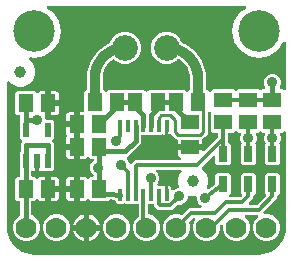
<source format=gbr>
G04 EAGLE Gerber RS-274X export*
G75*
%MOMM*%
%FSLAX34Y34*%
%LPD*%
%INTop Copper*%
%IPPOS*%
%AMOC8*
5,1,8,0,0,1.08239X$1,22.5*%
G01*
%ADD10R,0.304800X0.990600*%
%ADD11C,2.184400*%
%ADD12R,1.500000X1.200000*%
%ADD13R,1.300000X1.500000*%
%ADD14R,0.800000X1.350000*%
%ADD15R,1.500000X1.300000*%
%ADD16C,1.000000*%
%ADD17C,3.516000*%
%ADD18R,0.550000X1.200000*%
%ADD19C,1.778000*%
%ADD20C,0.812800*%
%ADD21C,0.254000*%
%ADD22C,0.406400*%
%ADD23C,0.906400*%
%ADD24C,0.304800*%

G36*
X215922Y2543D02*
X215922Y2543D01*
X216000Y2545D01*
X219377Y2810D01*
X219445Y2824D01*
X219514Y2829D01*
X219670Y2869D01*
X226094Y4956D01*
X226201Y5006D01*
X226312Y5050D01*
X226363Y5083D01*
X226382Y5091D01*
X226397Y5104D01*
X226448Y5136D01*
X231912Y9107D01*
X231999Y9188D01*
X232046Y9227D01*
X232052Y9231D01*
X232053Y9232D01*
X232091Y9264D01*
X232129Y9310D01*
X232144Y9324D01*
X232155Y9342D01*
X232193Y9388D01*
X236164Y14852D01*
X236221Y14956D01*
X236285Y15056D01*
X236307Y15113D01*
X236317Y15131D01*
X236322Y15151D01*
X236344Y15206D01*
X238431Y21630D01*
X238444Y21698D01*
X238467Y21764D01*
X238490Y21923D01*
X238755Y25300D01*
X238755Y25304D01*
X238756Y25307D01*
X238755Y25326D01*
X238759Y25400D01*
X238759Y105732D01*
X238742Y105870D01*
X238729Y106008D01*
X238722Y106027D01*
X238719Y106047D01*
X238668Y106177D01*
X238621Y106308D01*
X238610Y106324D01*
X238602Y106343D01*
X238521Y106455D01*
X238443Y106571D01*
X238427Y106584D01*
X238416Y106600D01*
X238308Y106689D01*
X238204Y106781D01*
X238186Y106790D01*
X238171Y106803D01*
X238045Y106862D01*
X237921Y106926D01*
X237901Y106930D01*
X237883Y106939D01*
X237746Y106965D01*
X237611Y106995D01*
X237590Y106995D01*
X237571Y106999D01*
X237432Y106990D01*
X237293Y106986D01*
X237273Y106980D01*
X237253Y106979D01*
X237121Y106936D01*
X236987Y106897D01*
X236970Y106887D01*
X236951Y106881D01*
X236833Y106806D01*
X236713Y106736D01*
X236692Y106717D01*
X236682Y106711D01*
X236668Y106696D01*
X236593Y106629D01*
X235882Y105919D01*
X235096Y105919D01*
X235047Y105913D01*
X234997Y105915D01*
X234890Y105893D01*
X234780Y105879D01*
X234734Y105861D01*
X234686Y105851D01*
X234587Y105803D01*
X234485Y105762D01*
X234444Y105733D01*
X234400Y105711D01*
X234316Y105640D01*
X234227Y105576D01*
X234196Y105537D01*
X234158Y105505D01*
X234095Y105415D01*
X234025Y105331D01*
X234003Y105286D01*
X233975Y105245D01*
X233936Y105142D01*
X233889Y105043D01*
X233880Y104994D01*
X233862Y104948D01*
X233850Y104838D01*
X233829Y104731D01*
X233832Y104681D01*
X233827Y104632D01*
X233842Y104523D01*
X233849Y104413D01*
X233864Y104366D01*
X233871Y104317D01*
X233923Y104164D01*
X234403Y103007D01*
X234403Y100193D01*
X233308Y97550D01*
X233263Y97500D01*
X233245Y97464D01*
X233220Y97432D01*
X233173Y97323D01*
X233119Y97216D01*
X233110Y97177D01*
X233094Y97140D01*
X233075Y97022D01*
X233049Y96906D01*
X233050Y96866D01*
X233044Y96826D01*
X233055Y96708D01*
X233059Y96588D01*
X233070Y96549D01*
X233074Y96509D01*
X233114Y96397D01*
X233147Y96283D01*
X233168Y96248D01*
X233181Y96210D01*
X233248Y96111D01*
X233309Y96009D01*
X233349Y95964D01*
X233360Y95947D01*
X233375Y95933D01*
X233415Y95888D01*
X233871Y95432D01*
X233871Y79828D01*
X232382Y78339D01*
X222278Y78339D01*
X220789Y79828D01*
X220789Y95432D01*
X221245Y95888D01*
X221318Y95982D01*
X221397Y96071D01*
X221415Y96107D01*
X221440Y96139D01*
X221487Y96248D01*
X221541Y96355D01*
X221550Y96394D01*
X221566Y96431D01*
X221585Y96549D01*
X221611Y96665D01*
X221610Y96705D01*
X221616Y96745D01*
X221605Y96864D01*
X221601Y96983D01*
X221590Y97022D01*
X221586Y97062D01*
X221546Y97174D01*
X221513Y97288D01*
X221492Y97323D01*
X221478Y97361D01*
X221412Y97460D01*
X221351Y97562D01*
X221343Y97571D01*
X220257Y100193D01*
X220257Y103007D01*
X220737Y104164D01*
X220750Y104212D01*
X220771Y104257D01*
X220792Y104365D01*
X220821Y104471D01*
X220821Y104521D01*
X220831Y104570D01*
X220824Y104679D01*
X220826Y104789D01*
X220814Y104837D01*
X220811Y104887D01*
X220777Y104991D01*
X220752Y105098D01*
X220728Y105142D01*
X220713Y105189D01*
X220654Y105282D01*
X220603Y105379D01*
X220569Y105416D01*
X220543Y105458D01*
X220463Y105533D01*
X220389Y105615D01*
X220347Y105642D01*
X220311Y105676D01*
X220215Y105729D01*
X220123Y105789D01*
X220076Y105806D01*
X220033Y105830D01*
X219926Y105857D01*
X219822Y105893D01*
X219773Y105897D01*
X219725Y105909D01*
X219564Y105919D01*
X218778Y105919D01*
X218067Y106629D01*
X217973Y106702D01*
X217884Y106781D01*
X217848Y106799D01*
X217816Y106824D01*
X217707Y106872D01*
X217601Y106926D01*
X217562Y106935D01*
X217524Y106951D01*
X217407Y106969D01*
X217291Y106995D01*
X217250Y106994D01*
X217210Y107000D01*
X217092Y106989D01*
X216973Y106986D01*
X216934Y106974D01*
X216894Y106971D01*
X216782Y106930D01*
X216667Y106897D01*
X216632Y106877D01*
X216594Y106863D01*
X216496Y106796D01*
X216393Y106736D01*
X216348Y106696D01*
X216331Y106684D01*
X216318Y106669D01*
X216272Y106629D01*
X215562Y105919D01*
X214776Y105919D01*
X214727Y105913D01*
X214677Y105915D01*
X214570Y105893D01*
X214460Y105879D01*
X214414Y105861D01*
X214366Y105851D01*
X214267Y105803D01*
X214165Y105762D01*
X214124Y105733D01*
X214080Y105711D01*
X213996Y105640D01*
X213907Y105576D01*
X213876Y105537D01*
X213838Y105505D01*
X213775Y105415D01*
X213705Y105331D01*
X213683Y105286D01*
X213655Y105245D01*
X213616Y105142D01*
X213569Y105043D01*
X213560Y104994D01*
X213542Y104948D01*
X213530Y104838D01*
X213509Y104731D01*
X213512Y104681D01*
X213507Y104632D01*
X213522Y104523D01*
X213529Y104413D01*
X213544Y104366D01*
X213551Y104317D01*
X213603Y104164D01*
X214083Y103007D01*
X214083Y100193D01*
X212988Y97550D01*
X212943Y97500D01*
X212925Y97464D01*
X212900Y97432D01*
X212853Y97322D01*
X212799Y97216D01*
X212790Y97177D01*
X212774Y97140D01*
X212755Y97022D01*
X212729Y96906D01*
X212730Y96866D01*
X212724Y96826D01*
X212735Y96707D01*
X212739Y96588D01*
X212750Y96549D01*
X212754Y96509D01*
X212794Y96397D01*
X212827Y96283D01*
X212848Y96248D01*
X212862Y96210D01*
X212928Y96111D01*
X212989Y96009D01*
X213029Y95964D01*
X213040Y95947D01*
X213055Y95933D01*
X213095Y95888D01*
X213551Y95432D01*
X213551Y79828D01*
X212062Y78339D01*
X201958Y78339D01*
X200469Y79828D01*
X200469Y95432D01*
X200925Y95888D01*
X200998Y95982D01*
X201077Y96071D01*
X201095Y96107D01*
X201120Y96139D01*
X201167Y96248D01*
X201221Y96354D01*
X201230Y96394D01*
X201246Y96431D01*
X201265Y96549D01*
X201291Y96665D01*
X201290Y96705D01*
X201296Y96745D01*
X201285Y96864D01*
X201281Y96983D01*
X201270Y97021D01*
X201266Y97062D01*
X201226Y97174D01*
X201193Y97288D01*
X201172Y97323D01*
X201158Y97361D01*
X201092Y97459D01*
X201031Y97562D01*
X201023Y97571D01*
X199937Y100193D01*
X199937Y103007D01*
X200417Y104164D01*
X200430Y104212D01*
X200451Y104257D01*
X200472Y104365D01*
X200501Y104471D01*
X200501Y104521D01*
X200511Y104570D01*
X200504Y104679D01*
X200506Y104789D01*
X200494Y104837D01*
X200491Y104887D01*
X200457Y104991D01*
X200432Y105098D01*
X200408Y105142D01*
X200393Y105189D01*
X200334Y105282D01*
X200283Y105379D01*
X200249Y105416D01*
X200223Y105458D01*
X200143Y105533D01*
X200069Y105615D01*
X200027Y105642D01*
X199991Y105676D01*
X199895Y105729D01*
X199803Y105789D01*
X199756Y105806D01*
X199713Y105830D01*
X199606Y105857D01*
X199502Y105893D01*
X199453Y105897D01*
X199405Y105909D01*
X199244Y105919D01*
X198458Y105919D01*
X197113Y107264D01*
X197018Y107337D01*
X196929Y107416D01*
X196893Y107434D01*
X196861Y107459D01*
X196752Y107507D01*
X196646Y107561D01*
X196607Y107570D01*
X196569Y107586D01*
X196452Y107604D01*
X196336Y107630D01*
X196295Y107629D01*
X196255Y107635D01*
X196137Y107624D01*
X196018Y107621D01*
X195979Y107609D01*
X195939Y107606D01*
X195826Y107565D01*
X195712Y107532D01*
X195678Y107512D01*
X195639Y107498D01*
X195541Y107431D01*
X195438Y107371D01*
X195393Y107331D01*
X195376Y107319D01*
X195363Y107304D01*
X195318Y107264D01*
X193972Y105919D01*
X190754Y105919D01*
X190636Y105904D01*
X190517Y105897D01*
X190479Y105884D01*
X190438Y105879D01*
X190328Y105836D01*
X190215Y105799D01*
X190180Y105777D01*
X190143Y105762D01*
X190047Y105693D01*
X189946Y105629D01*
X189918Y105599D01*
X189885Y105576D01*
X189809Y105484D01*
X189728Y105397D01*
X189708Y105362D01*
X189683Y105331D01*
X189632Y105223D01*
X189574Y105119D01*
X189564Y105079D01*
X189547Y105043D01*
X189525Y104926D01*
X189495Y104811D01*
X189491Y104751D01*
X189487Y104731D01*
X189489Y104710D01*
X189485Y104650D01*
X189485Y98190D01*
X189500Y98072D01*
X189507Y97953D01*
X189520Y97915D01*
X189525Y97874D01*
X189568Y97764D01*
X189605Y97651D01*
X189627Y97616D01*
X189642Y97579D01*
X189711Y97483D01*
X189775Y97382D01*
X189805Y97354D01*
X189828Y97321D01*
X189920Y97245D01*
X190007Y97164D01*
X190042Y97144D01*
X190073Y97119D01*
X190181Y97068D01*
X190285Y97010D01*
X190325Y97000D01*
X190361Y96983D01*
X190422Y96971D01*
X191961Y95432D01*
X191961Y79828D01*
X190472Y78339D01*
X180368Y78339D01*
X178879Y79828D01*
X178879Y84977D01*
X178862Y85114D01*
X178849Y85253D01*
X178842Y85272D01*
X178839Y85292D01*
X178788Y85421D01*
X178741Y85552D01*
X178730Y85569D01*
X178722Y85588D01*
X178641Y85700D01*
X178563Y85815D01*
X178547Y85829D01*
X178536Y85845D01*
X178428Y85934D01*
X178324Y86026D01*
X178306Y86035D01*
X178291Y86048D01*
X178165Y86107D01*
X178041Y86170D01*
X178021Y86175D01*
X178003Y86184D01*
X177867Y86210D01*
X177731Y86240D01*
X177710Y86240D01*
X177691Y86243D01*
X177552Y86235D01*
X177413Y86230D01*
X177393Y86225D01*
X177373Y86224D01*
X177241Y86181D01*
X177107Y86142D01*
X177090Y86132D01*
X177071Y86126D01*
X176953Y86051D01*
X176833Y85981D01*
X176812Y85962D01*
X176802Y85955D01*
X176788Y85940D01*
X176713Y85874D01*
X168266Y77428D01*
X167579Y76741D01*
X167506Y76647D01*
X167428Y76558D01*
X167409Y76522D01*
X167384Y76490D01*
X167337Y76380D01*
X167283Y76274D01*
X167274Y76235D01*
X167258Y76198D01*
X167239Y76080D01*
X167213Y75964D01*
X167215Y75924D01*
X167208Y75884D01*
X167219Y75765D01*
X167223Y75646D01*
X167234Y75607D01*
X167238Y75567D01*
X167278Y75455D01*
X167311Y75341D01*
X167332Y75306D01*
X167346Y75268D01*
X167413Y75169D01*
X167473Y75067D01*
X167513Y75022D01*
X167524Y75005D01*
X167539Y74991D01*
X167579Y74946D01*
X170652Y71874D01*
X172561Y67265D01*
X172561Y62275D01*
X171565Y59871D01*
X171528Y59737D01*
X171487Y59605D01*
X171486Y59584D01*
X171481Y59565D01*
X171479Y59426D01*
X171472Y59287D01*
X171476Y59267D01*
X171476Y59247D01*
X171508Y59111D01*
X171536Y58976D01*
X171545Y58957D01*
X171550Y58937D01*
X171615Y58815D01*
X171676Y58690D01*
X171689Y58674D01*
X171699Y58656D01*
X171792Y58553D01*
X171882Y58448D01*
X171899Y58436D01*
X171913Y58421D01*
X172029Y58344D01*
X172142Y58265D01*
X172161Y58257D01*
X172178Y58246D01*
X172310Y58201D01*
X172439Y58152D01*
X172460Y58150D01*
X172479Y58143D01*
X172618Y58132D01*
X172755Y58116D01*
X172776Y58119D01*
X172796Y58118D01*
X172933Y58141D01*
X173070Y58161D01*
X173089Y58169D01*
X173110Y58172D01*
X173236Y58229D01*
X173364Y58282D01*
X173388Y58298D01*
X173400Y58303D01*
X173416Y58315D01*
X173499Y58370D01*
X178372Y62025D01*
X178393Y62045D01*
X178418Y62061D01*
X178507Y62156D01*
X178600Y62246D01*
X178616Y62271D01*
X178636Y62293D01*
X178699Y62406D01*
X178766Y62517D01*
X178775Y62545D01*
X178790Y62571D01*
X178822Y62697D01*
X178860Y62821D01*
X178862Y62850D01*
X178869Y62879D01*
X178879Y63040D01*
X178879Y70032D01*
X180368Y71521D01*
X190472Y71521D01*
X191961Y70032D01*
X191961Y54428D01*
X190755Y53221D01*
X190669Y53112D01*
X190581Y53005D01*
X190572Y52986D01*
X190560Y52970D01*
X190504Y52842D01*
X190445Y52717D01*
X190441Y52697D01*
X190433Y52678D01*
X190411Y52540D01*
X190385Y52404D01*
X190387Y52384D01*
X190383Y52364D01*
X190397Y52225D01*
X190405Y52087D01*
X190411Y52068D01*
X190413Y52048D01*
X190460Y51916D01*
X190503Y51785D01*
X190514Y51767D01*
X190521Y51748D01*
X190599Y51633D01*
X190673Y51516D01*
X190688Y51502D01*
X190699Y51485D01*
X190804Y51393D01*
X190905Y51298D01*
X190923Y51288D01*
X190938Y51275D01*
X191062Y51211D01*
X191183Y51144D01*
X191203Y51139D01*
X191221Y51130D01*
X191357Y51100D01*
X191491Y51065D01*
X191519Y51063D01*
X191531Y51060D01*
X191552Y51061D01*
X191652Y51055D01*
X199721Y51055D01*
X199819Y51067D01*
X199918Y51070D01*
X199976Y51087D01*
X200036Y51095D01*
X200128Y51131D01*
X200223Y51159D01*
X200276Y51189D01*
X200332Y51212D01*
X200412Y51270D01*
X200497Y51320D01*
X200573Y51386D01*
X200589Y51398D01*
X200597Y51408D01*
X200618Y51426D01*
X201147Y51955D01*
X201220Y52049D01*
X201298Y52138D01*
X201317Y52174D01*
X201342Y52206D01*
X201389Y52316D01*
X201443Y52422D01*
X201452Y52461D01*
X201468Y52498D01*
X201487Y52616D01*
X201513Y52732D01*
X201512Y52772D01*
X201518Y52812D01*
X201507Y52931D01*
X201503Y53050D01*
X201492Y53089D01*
X201488Y53129D01*
X201448Y53241D01*
X201415Y53355D01*
X201394Y53390D01*
X201380Y53428D01*
X201314Y53527D01*
X201253Y53629D01*
X201213Y53675D01*
X201202Y53691D01*
X201187Y53705D01*
X201147Y53750D01*
X200469Y54428D01*
X200469Y70032D01*
X201958Y71521D01*
X212062Y71521D01*
X213551Y70032D01*
X213551Y54428D01*
X212019Y52896D01*
X211918Y52856D01*
X211805Y52819D01*
X211770Y52797D01*
X211733Y52782D01*
X211637Y52713D01*
X211536Y52649D01*
X211508Y52619D01*
X211475Y52596D01*
X211399Y52504D01*
X211318Y52417D01*
X211298Y52382D01*
X211273Y52351D01*
X211222Y52243D01*
X211164Y52139D01*
X211154Y52099D01*
X211137Y52063D01*
X211115Y51946D01*
X211085Y51831D01*
X211081Y51771D01*
X211077Y51751D01*
X211079Y51730D01*
X211075Y51670D01*
X211075Y50386D01*
X207560Y46871D01*
X207475Y46762D01*
X207386Y46655D01*
X207377Y46636D01*
X207365Y46620D01*
X207309Y46492D01*
X207250Y46367D01*
X207247Y46347D01*
X207239Y46328D01*
X207217Y46190D01*
X207191Y46054D01*
X207192Y46034D01*
X207189Y46014D01*
X207202Y45875D01*
X207210Y45737D01*
X207217Y45718D01*
X207219Y45698D01*
X207266Y45566D01*
X207308Y45435D01*
X207319Y45417D01*
X207326Y45398D01*
X207404Y45283D01*
X207479Y45166D01*
X207493Y45152D01*
X207505Y45135D01*
X207609Y45043D01*
X207710Y44948D01*
X207728Y44938D01*
X207743Y44925D01*
X207867Y44861D01*
X207989Y44794D01*
X208008Y44789D01*
X208026Y44780D01*
X208162Y44750D01*
X208297Y44715D01*
X208325Y44713D01*
X208337Y44710D01*
X208357Y44711D01*
X208457Y44705D01*
X213691Y44705D01*
X213789Y44717D01*
X213888Y44720D01*
X213946Y44737D01*
X214006Y44745D01*
X214098Y44781D01*
X214193Y44809D01*
X214245Y44839D01*
X214302Y44862D01*
X214382Y44920D01*
X214467Y44970D01*
X214543Y45036D01*
X214559Y45048D01*
X214567Y45058D01*
X214588Y45076D01*
X221467Y51955D01*
X221540Y52049D01*
X221618Y52138D01*
X221637Y52174D01*
X221662Y52206D01*
X221709Y52316D01*
X221763Y52422D01*
X221772Y52461D01*
X221788Y52498D01*
X221807Y52616D01*
X221833Y52732D01*
X221832Y52772D01*
X221838Y52812D01*
X221827Y52931D01*
X221823Y53050D01*
X221812Y53089D01*
X221808Y53129D01*
X221768Y53241D01*
X221735Y53355D01*
X221714Y53390D01*
X221700Y53428D01*
X221634Y53527D01*
X221573Y53629D01*
X221533Y53675D01*
X221522Y53691D01*
X221507Y53705D01*
X221467Y53750D01*
X220789Y54428D01*
X220789Y70032D01*
X222278Y71521D01*
X232382Y71521D01*
X233871Y70032D01*
X233871Y54428D01*
X232339Y52896D01*
X232238Y52856D01*
X232125Y52819D01*
X232090Y52797D01*
X232053Y52782D01*
X231957Y52713D01*
X231856Y52649D01*
X231828Y52619D01*
X231795Y52596D01*
X231719Y52504D01*
X231638Y52417D01*
X231618Y52382D01*
X231593Y52351D01*
X231542Y52243D01*
X231484Y52139D01*
X231474Y52099D01*
X231457Y52063D01*
X231435Y51946D01*
X231405Y51831D01*
X231401Y51771D01*
X231397Y51751D01*
X231399Y51730D01*
X231395Y51670D01*
X231395Y50386D01*
X220336Y39328D01*
X220006Y38998D01*
X219921Y38888D01*
X219832Y38781D01*
X219823Y38762D01*
X219811Y38746D01*
X219756Y38618D01*
X219696Y38493D01*
X219693Y38473D01*
X219685Y38454D01*
X219663Y38317D01*
X219637Y38180D01*
X219638Y38160D01*
X219635Y38140D01*
X219648Y38002D01*
X219656Y37863D01*
X219663Y37844D01*
X219665Y37824D01*
X219712Y37693D01*
X219754Y37561D01*
X219765Y37543D01*
X219772Y37524D01*
X219850Y37409D01*
X219925Y37292D01*
X219939Y37278D01*
X219951Y37261D01*
X220055Y37169D01*
X220156Y37074D01*
X220174Y37064D01*
X220189Y37051D01*
X220313Y36987D01*
X220435Y36920D01*
X220454Y36915D01*
X220472Y36906D01*
X220609Y36876D01*
X220743Y36841D01*
X220771Y36839D01*
X220783Y36836D01*
X220803Y36837D01*
X220903Y36831D01*
X224524Y36831D01*
X228725Y35091D01*
X231941Y31875D01*
X233681Y27674D01*
X233681Y23126D01*
X231941Y18925D01*
X228725Y15709D01*
X224524Y13969D01*
X219976Y13969D01*
X215775Y15709D01*
X212559Y18925D01*
X210819Y23126D01*
X210819Y27674D01*
X212559Y31875D01*
X215093Y34409D01*
X215178Y34518D01*
X215267Y34625D01*
X215276Y34644D01*
X215288Y34660D01*
X215343Y34788D01*
X215402Y34913D01*
X215406Y34933D01*
X215414Y34952D01*
X215436Y35090D01*
X215462Y35226D01*
X215461Y35246D01*
X215464Y35266D01*
X215451Y35405D01*
X215442Y35543D01*
X215436Y35562D01*
X215434Y35582D01*
X215387Y35714D01*
X215344Y35845D01*
X215334Y35863D01*
X215327Y35882D01*
X215249Y35997D01*
X215174Y36114D01*
X215160Y36128D01*
X215148Y36145D01*
X215044Y36237D01*
X214943Y36332D01*
X214925Y36342D01*
X214910Y36355D01*
X214786Y36419D01*
X214664Y36486D01*
X214645Y36491D01*
X214627Y36500D01*
X214491Y36530D01*
X214356Y36565D01*
X214328Y36567D01*
X214316Y36570D01*
X214296Y36569D01*
X214196Y36575D01*
X204904Y36575D01*
X204767Y36558D01*
X204628Y36545D01*
X204609Y36538D01*
X204589Y36535D01*
X204460Y36484D01*
X204329Y36437D01*
X204312Y36426D01*
X204293Y36418D01*
X204181Y36337D01*
X204066Y36259D01*
X204052Y36243D01*
X204036Y36232D01*
X203947Y36124D01*
X203855Y36020D01*
X203846Y36002D01*
X203833Y35987D01*
X203774Y35861D01*
X203711Y35737D01*
X203706Y35717D01*
X203698Y35699D01*
X203671Y35563D01*
X203641Y35427D01*
X203642Y35406D01*
X203638Y35387D01*
X203646Y35248D01*
X203651Y35109D01*
X203656Y35089D01*
X203658Y35069D01*
X203700Y34937D01*
X203739Y34803D01*
X203749Y34786D01*
X203756Y34767D01*
X203830Y34649D01*
X203901Y34529D01*
X203919Y34508D01*
X203926Y34498D01*
X203941Y34484D01*
X204007Y34409D01*
X206541Y31875D01*
X208281Y27674D01*
X208281Y23126D01*
X206541Y18925D01*
X203325Y15709D01*
X199124Y13969D01*
X194576Y13969D01*
X190375Y15709D01*
X187159Y18925D01*
X185419Y23126D01*
X185419Y26747D01*
X185416Y26771D01*
X185418Y26796D01*
X185396Y26928D01*
X185379Y27062D01*
X185370Y27085D01*
X185366Y27110D01*
X185312Y27233D01*
X185262Y27358D01*
X185248Y27378D01*
X185238Y27401D01*
X185155Y27506D01*
X185076Y27615D01*
X185056Y27631D01*
X185041Y27650D01*
X184934Y27732D01*
X184831Y27818D01*
X184808Y27829D01*
X184789Y27844D01*
X184664Y27896D01*
X184543Y27954D01*
X184519Y27958D01*
X184496Y27968D01*
X184362Y27988D01*
X184231Y28013D01*
X184206Y28012D01*
X184181Y28016D01*
X184047Y28002D01*
X183913Y27994D01*
X183890Y27986D01*
X183865Y27983D01*
X183739Y27937D01*
X183611Y27896D01*
X183590Y27882D01*
X183566Y27874D01*
X183456Y27797D01*
X183342Y27725D01*
X183325Y27707D01*
X183305Y27693D01*
X183216Y27592D01*
X183124Y27494D01*
X183112Y27472D01*
X183096Y27453D01*
X183015Y27314D01*
X182997Y27263D01*
X182970Y27215D01*
X182944Y27113D01*
X182909Y27014D01*
X182905Y26960D01*
X182891Y26907D01*
X182881Y26747D01*
X182881Y23126D01*
X181141Y18925D01*
X177925Y15709D01*
X173724Y13969D01*
X169176Y13969D01*
X164975Y15709D01*
X161759Y18925D01*
X160019Y23126D01*
X160019Y27674D01*
X161783Y31931D01*
X161801Y31998D01*
X161829Y32062D01*
X161843Y32151D01*
X161867Y32238D01*
X161868Y32307D01*
X161879Y32376D01*
X161870Y32466D01*
X161872Y32556D01*
X161855Y32624D01*
X161849Y32693D01*
X161818Y32778D01*
X161798Y32865D01*
X161765Y32927D01*
X161741Y32992D01*
X161691Y33067D01*
X161649Y33146D01*
X161602Y33198D01*
X161563Y33255D01*
X161495Y33315D01*
X161435Y33381D01*
X161377Y33420D01*
X161324Y33466D01*
X161244Y33507D01*
X161169Y33556D01*
X161103Y33579D01*
X161041Y33611D01*
X160953Y33630D01*
X160868Y33659D01*
X160799Y33665D01*
X160731Y33680D01*
X160641Y33677D01*
X160551Y33685D01*
X160483Y33673D01*
X160413Y33671D01*
X160327Y33646D01*
X160238Y33630D01*
X160174Y33602D01*
X160107Y33582D01*
X160030Y33536D01*
X159948Y33500D01*
X159894Y33456D01*
X159833Y33421D01*
X159713Y33314D01*
X157082Y30684D01*
X157064Y30660D01*
X157041Y30641D01*
X156967Y30535D01*
X156887Y30432D01*
X156875Y30405D01*
X156858Y30381D01*
X156812Y30260D01*
X156761Y30141D01*
X156756Y30111D01*
X156746Y30084D01*
X156731Y29955D01*
X156711Y29826D01*
X156714Y29797D01*
X156710Y29768D01*
X156729Y29639D01*
X156741Y29510D01*
X156751Y29482D01*
X156755Y29453D01*
X156807Y29300D01*
X157481Y27674D01*
X157481Y23126D01*
X155741Y18925D01*
X152525Y15709D01*
X148324Y13969D01*
X143776Y13969D01*
X139575Y15709D01*
X136359Y18925D01*
X134619Y23126D01*
X134619Y27674D01*
X136359Y31875D01*
X139575Y35091D01*
X143776Y36831D01*
X148324Y36831D01*
X149950Y36157D01*
X149979Y36149D01*
X150005Y36136D01*
X150132Y36107D01*
X150257Y36073D01*
X150287Y36073D01*
X150316Y36066D01*
X150445Y36070D01*
X150575Y36068D01*
X150604Y36075D01*
X150633Y36076D01*
X150758Y36112D01*
X150884Y36142D01*
X150911Y36156D01*
X150939Y36164D01*
X151051Y36230D01*
X151166Y36291D01*
X151187Y36311D01*
X151213Y36326D01*
X151334Y36432D01*
X157066Y42165D01*
X166165Y42165D01*
X166234Y42173D01*
X166304Y42172D01*
X166391Y42193D01*
X166480Y42205D01*
X166545Y42230D01*
X166613Y42247D01*
X166692Y42289D01*
X166776Y42322D01*
X166832Y42363D01*
X166894Y42395D01*
X166960Y42456D01*
X167033Y42508D01*
X167078Y42562D01*
X167129Y42609D01*
X167179Y42684D01*
X167236Y42753D01*
X167266Y42817D01*
X167304Y42875D01*
X167333Y42960D01*
X167371Y43041D01*
X167385Y43110D01*
X167407Y43176D01*
X167414Y43265D01*
X167431Y43353D01*
X167427Y43423D01*
X167432Y43493D01*
X167417Y43581D01*
X167411Y43671D01*
X167390Y43737D01*
X167378Y43806D01*
X167341Y43888D01*
X167313Y43973D01*
X167276Y44032D01*
X167247Y44096D01*
X167191Y44166D01*
X167143Y44242D01*
X167092Y44290D01*
X167049Y44344D01*
X166977Y44398D01*
X166912Y44460D01*
X166850Y44494D01*
X166795Y44536D01*
X166650Y44607D01*
X166174Y44804D01*
X164184Y46794D01*
X163107Y49393D01*
X163107Y50960D01*
X163092Y51078D01*
X163085Y51197D01*
X163072Y51235D01*
X163067Y51276D01*
X163024Y51386D01*
X162987Y51499D01*
X162965Y51534D01*
X162950Y51571D01*
X162881Y51667D01*
X162817Y51768D01*
X162787Y51796D01*
X162764Y51829D01*
X162672Y51905D01*
X162585Y51986D01*
X162550Y52006D01*
X162519Y52031D01*
X162411Y52082D01*
X162307Y52140D01*
X162267Y52150D01*
X162231Y52167D01*
X162114Y52189D01*
X161999Y52219D01*
X161939Y52223D01*
X161919Y52227D01*
X161898Y52225D01*
X161838Y52229D01*
X157525Y52229D01*
X157418Y52274D01*
X157370Y52287D01*
X157325Y52308D01*
X157217Y52329D01*
X157111Y52358D01*
X157061Y52359D01*
X157012Y52368D01*
X156903Y52361D01*
X156793Y52363D01*
X156745Y52351D01*
X156695Y52348D01*
X156591Y52314D01*
X156484Y52289D01*
X156440Y52266D01*
X156393Y52250D01*
X156300Y52191D01*
X156203Y52140D01*
X156166Y52107D01*
X156124Y52080D01*
X156049Y52000D01*
X155967Y51926D01*
X155940Y51885D01*
X155906Y51848D01*
X155853Y51752D01*
X155793Y51660D01*
X155776Y51613D01*
X155752Y51570D01*
X155725Y51464D01*
X155689Y51360D01*
X155685Y51310D01*
X155673Y51262D01*
X155663Y51101D01*
X155663Y50663D01*
X154586Y48064D01*
X152596Y46074D01*
X149997Y44997D01*
X147791Y44997D01*
X147693Y44985D01*
X147594Y44982D01*
X147536Y44965D01*
X147476Y44957D01*
X147384Y44921D01*
X147289Y44893D01*
X147237Y44863D01*
X147180Y44840D01*
X147100Y44782D01*
X147015Y44732D01*
X146939Y44666D01*
X146923Y44654D01*
X146915Y44644D01*
X146894Y44626D01*
X142654Y40385D01*
X130396Y40385D01*
X127045Y43736D01*
X127045Y44609D01*
X127030Y44727D01*
X127023Y44846D01*
X127010Y44884D01*
X127005Y44925D01*
X126962Y45035D01*
X126925Y45148D01*
X126903Y45183D01*
X126888Y45220D01*
X126819Y45316D01*
X126755Y45417D01*
X126725Y45445D01*
X126702Y45478D01*
X126610Y45554D01*
X126523Y45635D01*
X126488Y45655D01*
X126457Y45680D01*
X126349Y45731D01*
X126245Y45789D01*
X126205Y45799D01*
X126169Y45816D01*
X126052Y45838D01*
X125937Y45868D01*
X125877Y45872D01*
X125857Y45876D01*
X125836Y45874D01*
X125776Y45878D01*
X123444Y45878D01*
X123326Y45863D01*
X123207Y45856D01*
X123169Y45843D01*
X123128Y45838D01*
X123018Y45795D01*
X122905Y45758D01*
X122870Y45736D01*
X122833Y45721D01*
X122737Y45652D01*
X122636Y45588D01*
X122608Y45558D01*
X122575Y45535D01*
X122499Y45443D01*
X122418Y45356D01*
X122398Y45321D01*
X122373Y45290D01*
X122322Y45182D01*
X122264Y45078D01*
X122254Y45038D01*
X122237Y45002D01*
X122215Y44885D01*
X122185Y44770D01*
X122181Y44710D01*
X122177Y44690D01*
X122179Y44669D01*
X122175Y44609D01*
X122175Y37989D01*
X122178Y37960D01*
X122176Y37930D01*
X122198Y37802D01*
X122215Y37674D01*
X122225Y37646D01*
X122230Y37617D01*
X122284Y37498D01*
X122332Y37378D01*
X122349Y37354D01*
X122361Y37327D01*
X122442Y37226D01*
X122518Y37120D01*
X122541Y37102D01*
X122560Y37079D01*
X122663Y37000D01*
X122763Y36918D01*
X122790Y36905D01*
X122814Y36887D01*
X122958Y36816D01*
X127125Y35091D01*
X130341Y31875D01*
X132081Y27674D01*
X132081Y23126D01*
X130341Y18925D01*
X127125Y15709D01*
X122924Y13969D01*
X118376Y13969D01*
X114175Y15709D01*
X110959Y18925D01*
X109219Y23126D01*
X109219Y27674D01*
X110959Y31875D01*
X113674Y34589D01*
X113734Y34667D01*
X113802Y34739D01*
X113831Y34792D01*
X113868Y34840D01*
X113908Y34931D01*
X113956Y35018D01*
X113971Y35076D01*
X113995Y35132D01*
X114010Y35230D01*
X114035Y35326D01*
X114041Y35426D01*
X114045Y35446D01*
X114043Y35458D01*
X114045Y35486D01*
X114045Y44609D01*
X114030Y44727D01*
X114023Y44846D01*
X114010Y44884D01*
X114005Y44925D01*
X113962Y45035D01*
X113925Y45148D01*
X113903Y45183D01*
X113888Y45220D01*
X113819Y45316D01*
X113755Y45417D01*
X113725Y45445D01*
X113702Y45478D01*
X113610Y45554D01*
X113523Y45635D01*
X113488Y45655D01*
X113457Y45680D01*
X113349Y45731D01*
X113245Y45789D01*
X113205Y45799D01*
X113169Y45816D01*
X113052Y45838D01*
X112937Y45868D01*
X112877Y45872D01*
X112857Y45876D01*
X112836Y45874D01*
X112776Y45878D01*
X108939Y45878D01*
X108897Y45897D01*
X108791Y45951D01*
X108751Y45960D01*
X108714Y45976D01*
X108597Y45994D01*
X108481Y46020D01*
X108440Y46019D01*
X108400Y46025D01*
X108281Y46014D01*
X108163Y46011D01*
X108124Y45999D01*
X108084Y45996D01*
X107972Y45955D01*
X107857Y45922D01*
X107822Y45902D01*
X107784Y45888D01*
X107770Y45878D01*
X102439Y45878D01*
X102397Y45897D01*
X102291Y45951D01*
X102251Y45960D01*
X102214Y45976D01*
X102097Y45994D01*
X101981Y46020D01*
X101940Y46019D01*
X101900Y46025D01*
X101781Y46014D01*
X101663Y46011D01*
X101624Y45999D01*
X101584Y45996D01*
X101472Y45955D01*
X101357Y45922D01*
X101322Y45902D01*
X101284Y45888D01*
X101270Y45878D01*
X96034Y45878D01*
X94545Y47367D01*
X94545Y47892D01*
X94536Y47966D01*
X94537Y48041D01*
X94516Y48123D01*
X94505Y48208D01*
X94478Y48277D01*
X94460Y48349D01*
X94420Y48424D01*
X94388Y48503D01*
X94345Y48564D01*
X94309Y48629D01*
X94252Y48692D01*
X94202Y48761D01*
X94144Y48808D01*
X94094Y48863D01*
X94022Y48909D01*
X93957Y48963D01*
X93889Y48995D01*
X93827Y49036D01*
X93746Y49063D01*
X93669Y49099D01*
X93596Y49113D01*
X93525Y49137D01*
X93365Y49158D01*
X89820Y49408D01*
X89677Y49401D01*
X89533Y49396D01*
X89518Y49392D01*
X89502Y49391D01*
X89366Y49348D01*
X89228Y49308D01*
X89214Y49300D01*
X89199Y49295D01*
X89078Y49219D01*
X88954Y49146D01*
X88937Y49132D01*
X88929Y49127D01*
X88917Y49113D01*
X88833Y49040D01*
X88172Y48379D01*
X73068Y48379D01*
X72017Y49429D01*
X71923Y49502D01*
X71834Y49581D01*
X71798Y49600D01*
X71766Y49624D01*
X71657Y49672D01*
X71551Y49726D01*
X71512Y49735D01*
X71474Y49751D01*
X71357Y49769D01*
X71241Y49795D01*
X71200Y49794D01*
X71160Y49801D01*
X71042Y49789D01*
X70923Y49786D01*
X70884Y49774D01*
X70844Y49771D01*
X70732Y49730D01*
X70617Y49697D01*
X70582Y49677D01*
X70544Y49663D01*
X70446Y49596D01*
X70343Y49536D01*
X70298Y49496D01*
X70281Y49485D01*
X70268Y49469D01*
X70222Y49429D01*
X69680Y48887D01*
X69101Y48552D01*
X68454Y48379D01*
X64159Y48379D01*
X64159Y57150D01*
X64144Y57268D01*
X64137Y57387D01*
X64124Y57425D01*
X64119Y57465D01*
X64075Y57576D01*
X64039Y57689D01*
X64017Y57724D01*
X64002Y57761D01*
X63932Y57857D01*
X63869Y57958D01*
X63839Y57986D01*
X63815Y58018D01*
X63724Y58094D01*
X63637Y58176D01*
X63602Y58195D01*
X63570Y58221D01*
X63463Y58272D01*
X63359Y58329D01*
X63319Y58340D01*
X63283Y58357D01*
X63166Y58379D01*
X63051Y58409D01*
X62990Y58413D01*
X62970Y58417D01*
X62950Y58415D01*
X62890Y58419D01*
X61619Y58419D01*
X61619Y58421D01*
X62890Y58421D01*
X63008Y58436D01*
X63127Y58443D01*
X63165Y58456D01*
X63205Y58461D01*
X63316Y58505D01*
X63429Y58541D01*
X63464Y58563D01*
X63501Y58578D01*
X63597Y58648D01*
X63698Y58711D01*
X63726Y58741D01*
X63758Y58765D01*
X63834Y58856D01*
X63916Y58943D01*
X63935Y58978D01*
X63961Y59010D01*
X64012Y59117D01*
X64069Y59221D01*
X64080Y59261D01*
X64097Y59297D01*
X64119Y59414D01*
X64149Y59529D01*
X64153Y59590D01*
X64157Y59610D01*
X64155Y59630D01*
X64159Y59690D01*
X64159Y68461D01*
X68454Y68461D01*
X69101Y68288D01*
X69680Y67953D01*
X70222Y67411D01*
X70317Y67338D01*
X70406Y67259D01*
X70442Y67240D01*
X70474Y67216D01*
X70583Y67168D01*
X70689Y67114D01*
X70728Y67105D01*
X70766Y67089D01*
X70884Y67071D01*
X70999Y67045D01*
X71040Y67046D01*
X71080Y67039D01*
X71198Y67051D01*
X71317Y67054D01*
X71356Y67066D01*
X71396Y67069D01*
X71508Y67110D01*
X71623Y67143D01*
X71658Y67163D01*
X71696Y67177D01*
X71794Y67244D01*
X71897Y67304D01*
X71942Y67344D01*
X71959Y67355D01*
X71972Y67371D01*
X72017Y67411D01*
X73068Y68461D01*
X74683Y68461D01*
X74820Y68478D01*
X74959Y68491D01*
X74978Y68498D01*
X74998Y68501D01*
X75127Y68552D01*
X75258Y68599D01*
X75275Y68610D01*
X75294Y68618D01*
X75406Y68699D01*
X75521Y68777D01*
X75535Y68793D01*
X75551Y68804D01*
X75640Y68912D01*
X75732Y69016D01*
X75741Y69034D01*
X75754Y69049D01*
X75813Y69175D01*
X75877Y69299D01*
X75881Y69319D01*
X75890Y69337D01*
X75916Y69474D01*
X75946Y69609D01*
X75946Y69630D01*
X75949Y69649D01*
X75941Y69788D01*
X75937Y69927D01*
X75931Y69947D01*
X75930Y69967D01*
X75887Y70099D01*
X75848Y70233D01*
X75838Y70250D01*
X75832Y70269D01*
X75757Y70387D01*
X75687Y70507D01*
X75668Y70528D01*
X75661Y70538D01*
X75646Y70552D01*
X75580Y70627D01*
X74014Y72194D01*
X72937Y74793D01*
X72937Y77607D01*
X74014Y80206D01*
X75580Y81773D01*
X75665Y81882D01*
X75754Y81989D01*
X75763Y82008D01*
X75775Y82024D01*
X75831Y82152D01*
X75890Y82277D01*
X75893Y82297D01*
X75901Y82316D01*
X75923Y82454D01*
X75949Y82590D01*
X75948Y82610D01*
X75951Y82630D01*
X75938Y82769D01*
X75930Y82907D01*
X75923Y82926D01*
X75922Y82946D01*
X75874Y83078D01*
X75832Y83209D01*
X75821Y83227D01*
X75814Y83246D01*
X75736Y83361D01*
X75661Y83478D01*
X75647Y83492D01*
X75635Y83509D01*
X75531Y83601D01*
X75430Y83696D01*
X75412Y83706D01*
X75397Y83719D01*
X75273Y83783D01*
X75151Y83850D01*
X75132Y83855D01*
X75114Y83864D01*
X74978Y83894D01*
X74843Y83929D01*
X74815Y83931D01*
X74803Y83934D01*
X74783Y83933D01*
X74683Y83939D01*
X73068Y83939D01*
X72017Y84989D01*
X71923Y85062D01*
X71834Y85141D01*
X71798Y85160D01*
X71766Y85184D01*
X71657Y85232D01*
X71551Y85286D01*
X71512Y85295D01*
X71474Y85311D01*
X71357Y85329D01*
X71241Y85355D01*
X71200Y85354D01*
X71160Y85361D01*
X71042Y85349D01*
X70923Y85346D01*
X70884Y85334D01*
X70844Y85331D01*
X70732Y85290D01*
X70617Y85257D01*
X70582Y85237D01*
X70544Y85223D01*
X70446Y85156D01*
X70343Y85096D01*
X70298Y85056D01*
X70281Y85045D01*
X70268Y85029D01*
X70222Y84989D01*
X69680Y84447D01*
X69101Y84112D01*
X68454Y83939D01*
X64159Y83939D01*
X64159Y92710D01*
X64144Y92828D01*
X64137Y92947D01*
X64124Y92985D01*
X64119Y93025D01*
X64075Y93136D01*
X64039Y93249D01*
X64017Y93284D01*
X64002Y93321D01*
X63932Y93417D01*
X63869Y93518D01*
X63839Y93546D01*
X63815Y93578D01*
X63724Y93654D01*
X63637Y93736D01*
X63602Y93755D01*
X63570Y93781D01*
X63463Y93832D01*
X63359Y93889D01*
X63319Y93900D01*
X63283Y93917D01*
X63166Y93939D01*
X63051Y93969D01*
X62990Y93973D01*
X62970Y93977D01*
X62950Y93975D01*
X62890Y93979D01*
X61619Y93979D01*
X61619Y93981D01*
X62890Y93981D01*
X63008Y93996D01*
X63127Y94003D01*
X63165Y94016D01*
X63205Y94021D01*
X63316Y94065D01*
X63429Y94101D01*
X63464Y94123D01*
X63501Y94138D01*
X63597Y94208D01*
X63698Y94271D01*
X63726Y94301D01*
X63758Y94325D01*
X63834Y94416D01*
X63916Y94503D01*
X63935Y94538D01*
X63961Y94570D01*
X64012Y94677D01*
X64069Y94781D01*
X64080Y94821D01*
X64097Y94857D01*
X64119Y94974D01*
X64149Y95089D01*
X64153Y95150D01*
X64157Y95170D01*
X64155Y95190D01*
X64159Y95250D01*
X64159Y111760D01*
X64144Y111878D01*
X64137Y111997D01*
X64124Y112035D01*
X64119Y112075D01*
X64075Y112186D01*
X64039Y112299D01*
X64017Y112334D01*
X64002Y112371D01*
X63932Y112467D01*
X63869Y112568D01*
X63839Y112596D01*
X63815Y112628D01*
X63724Y112704D01*
X63637Y112786D01*
X63602Y112805D01*
X63570Y112831D01*
X63463Y112882D01*
X63359Y112939D01*
X63319Y112950D01*
X63283Y112967D01*
X63166Y112989D01*
X63051Y113019D01*
X62990Y113023D01*
X62970Y113027D01*
X62950Y113025D01*
X62890Y113029D01*
X61619Y113029D01*
X61619Y113031D01*
X62890Y113031D01*
X63008Y113046D01*
X63127Y113053D01*
X63165Y113066D01*
X63205Y113071D01*
X63316Y113115D01*
X63429Y113151D01*
X63464Y113173D01*
X63501Y113188D01*
X63597Y113258D01*
X63698Y113321D01*
X63726Y113351D01*
X63758Y113375D01*
X63834Y113466D01*
X63916Y113553D01*
X63935Y113588D01*
X63961Y113620D01*
X64012Y113727D01*
X64069Y113831D01*
X64080Y113871D01*
X64097Y113907D01*
X64119Y114024D01*
X64149Y114139D01*
X64153Y114200D01*
X64157Y114220D01*
X64155Y114240D01*
X64159Y114300D01*
X64159Y123071D01*
X66550Y123071D01*
X66668Y123086D01*
X66787Y123093D01*
X66825Y123106D01*
X66866Y123111D01*
X66976Y123154D01*
X67089Y123191D01*
X67124Y123213D01*
X67161Y123228D01*
X67257Y123297D01*
X67358Y123361D01*
X67386Y123391D01*
X67419Y123414D01*
X67495Y123506D01*
X67576Y123593D01*
X67596Y123628D01*
X67621Y123659D01*
X67672Y123767D01*
X67730Y123871D01*
X67740Y123911D01*
X67757Y123947D01*
X67779Y124064D01*
X67809Y124179D01*
X67813Y124239D01*
X67817Y124259D01*
X67815Y124280D01*
X67819Y124340D01*
X67819Y140632D01*
X69377Y142191D01*
X69412Y142204D01*
X69525Y142241D01*
X69560Y142263D01*
X69597Y142278D01*
X69693Y142347D01*
X69794Y142411D01*
X69822Y142441D01*
X69855Y142464D01*
X69931Y142556D01*
X70012Y142643D01*
X70032Y142678D01*
X70057Y142709D01*
X70108Y142817D01*
X70166Y142921D01*
X70176Y142961D01*
X70193Y142997D01*
X70215Y143114D01*
X70245Y143229D01*
X70249Y143289D01*
X70253Y143309D01*
X70251Y143330D01*
X70252Y143346D01*
X70253Y143347D01*
X70253Y143348D01*
X70255Y143390D01*
X70255Y157141D01*
X73426Y166900D01*
X79458Y175202D01*
X87760Y181234D01*
X89215Y181706D01*
X89349Y181770D01*
X89484Y181831D01*
X89493Y181837D01*
X89502Y181842D01*
X89617Y181937D01*
X89733Y182029D01*
X89739Y182038D01*
X89747Y182044D01*
X89835Y182165D01*
X89924Y182283D01*
X89930Y182296D01*
X89934Y182302D01*
X89940Y182315D01*
X89995Y182428D01*
X91237Y185426D01*
X95024Y189213D01*
X99972Y191263D01*
X105328Y191263D01*
X110276Y189213D01*
X114063Y185426D01*
X116113Y180478D01*
X116113Y175122D01*
X114063Y170174D01*
X110276Y166387D01*
X105328Y164337D01*
X99972Y164337D01*
X95024Y166387D01*
X93749Y167662D01*
X93734Y167674D01*
X93721Y167689D01*
X93608Y167771D01*
X93498Y167856D01*
X93480Y167864D01*
X93464Y167876D01*
X93334Y167927D01*
X93206Y167983D01*
X93187Y167986D01*
X93169Y167993D01*
X93031Y168011D01*
X92892Y168033D01*
X92873Y168031D01*
X92853Y168033D01*
X92715Y168016D01*
X92575Y168003D01*
X92557Y167996D01*
X92538Y167994D01*
X92408Y167942D01*
X92276Y167895D01*
X92260Y167884D01*
X92242Y167877D01*
X92106Y167791D01*
X89235Y165705D01*
X89149Y165624D01*
X89057Y165549D01*
X89019Y165502D01*
X89004Y165488D01*
X88993Y165470D01*
X88955Y165425D01*
X85660Y160890D01*
X85603Y160786D01*
X85539Y160686D01*
X85517Y160629D01*
X85507Y160611D01*
X85502Y160591D01*
X85480Y160536D01*
X83747Y155205D01*
X83734Y155137D01*
X83712Y155072D01*
X83689Y154912D01*
X83469Y152110D01*
X83470Y152088D01*
X83465Y152010D01*
X83465Y143390D01*
X83480Y143272D01*
X83487Y143153D01*
X83500Y143115D01*
X83505Y143074D01*
X83548Y142964D01*
X83585Y142851D01*
X83607Y142816D01*
X83622Y142779D01*
X83691Y142683D01*
X83755Y142582D01*
X83785Y142554D01*
X83808Y142521D01*
X83900Y142445D01*
X83987Y142364D01*
X84022Y142344D01*
X84053Y142319D01*
X84161Y142268D01*
X84265Y142210D01*
X84305Y142200D01*
X84341Y142183D01*
X84352Y142181D01*
X85462Y141071D01*
X85557Y140998D01*
X85646Y140919D01*
X85682Y140900D01*
X85714Y140876D01*
X85823Y140828D01*
X85929Y140774D01*
X85968Y140765D01*
X86006Y140749D01*
X86123Y140731D01*
X86239Y140705D01*
X86280Y140706D01*
X86320Y140700D01*
X86438Y140711D01*
X86557Y140714D01*
X86596Y140726D01*
X86636Y140729D01*
X86749Y140770D01*
X86863Y140803D01*
X86897Y140823D01*
X86936Y140837D01*
X87034Y140904D01*
X87137Y140964D01*
X87182Y141004D01*
X87199Y141016D01*
X87212Y141031D01*
X87257Y141071D01*
X88308Y142121D01*
X118702Y142121D01*
X119753Y141071D01*
X119847Y140998D01*
X119936Y140919D01*
X119972Y140901D01*
X120004Y140876D01*
X120113Y140828D01*
X120219Y140774D01*
X120258Y140765D01*
X120296Y140749D01*
X120413Y140731D01*
X120529Y140705D01*
X120570Y140706D01*
X120610Y140700D01*
X120728Y140711D01*
X120847Y140714D01*
X120886Y140726D01*
X120926Y140729D01*
X121038Y140770D01*
X121153Y140803D01*
X121188Y140823D01*
X121226Y140837D01*
X121324Y140904D01*
X121427Y140964D01*
X121472Y141004D01*
X121489Y141016D01*
X121502Y141031D01*
X121548Y141071D01*
X122598Y142121D01*
X152992Y142121D01*
X154043Y141071D01*
X154137Y140998D01*
X154226Y140919D01*
X154262Y140901D01*
X154294Y140876D01*
X154403Y140828D01*
X154509Y140774D01*
X154548Y140765D01*
X154586Y140749D01*
X154703Y140731D01*
X154819Y140705D01*
X154860Y140706D01*
X154900Y140700D01*
X155018Y140711D01*
X155137Y140714D01*
X155176Y140726D01*
X155216Y140729D01*
X155328Y140770D01*
X155443Y140803D01*
X155478Y140823D01*
X155516Y140837D01*
X155614Y140904D01*
X155717Y140964D01*
X155762Y141004D01*
X155779Y141016D01*
X155792Y141031D01*
X155838Y141071D01*
X156957Y142191D01*
X156992Y142204D01*
X157105Y142241D01*
X157140Y142263D01*
X157177Y142278D01*
X157273Y142347D01*
X157374Y142411D01*
X157402Y142441D01*
X157435Y142464D01*
X157511Y142556D01*
X157592Y142643D01*
X157612Y142678D01*
X157637Y142709D01*
X157688Y142817D01*
X157746Y142921D01*
X157756Y142961D01*
X157773Y142997D01*
X157795Y143114D01*
X157825Y143229D01*
X157829Y143289D01*
X157833Y143309D01*
X157831Y143330D01*
X157832Y143346D01*
X157833Y143347D01*
X157833Y143348D01*
X157835Y143390D01*
X157835Y151010D01*
X157833Y151032D01*
X157831Y151110D01*
X157598Y154069D01*
X157584Y154136D01*
X157580Y154205D01*
X157540Y154361D01*
X155711Y159990D01*
X155661Y160097D01*
X155617Y160208D01*
X155585Y160259D01*
X155576Y160278D01*
X155563Y160293D01*
X155531Y160344D01*
X152052Y165132D01*
X151971Y165218D01*
X151896Y165310D01*
X151849Y165349D01*
X151835Y165364D01*
X151818Y165374D01*
X151772Y165412D01*
X148322Y167919D01*
X148305Y167928D01*
X148290Y167941D01*
X148166Y168005D01*
X148043Y168072D01*
X148024Y168077D01*
X148007Y168086D01*
X147871Y168116D01*
X147735Y168151D01*
X147716Y168151D01*
X147697Y168155D01*
X147557Y168151D01*
X147417Y168151D01*
X147399Y168146D01*
X147379Y168146D01*
X147244Y168107D01*
X147109Y168072D01*
X147092Y168063D01*
X147073Y168057D01*
X146953Y167987D01*
X146831Y167919D01*
X146816Y167906D01*
X146799Y167896D01*
X146679Y167789D01*
X145276Y166387D01*
X140328Y164337D01*
X134972Y164337D01*
X130024Y166387D01*
X126237Y170174D01*
X124187Y175122D01*
X124187Y180478D01*
X126237Y185426D01*
X130024Y189213D01*
X134972Y191263D01*
X140328Y191263D01*
X145276Y189213D01*
X149063Y185426D01*
X150280Y182487D01*
X150354Y182358D01*
X150425Y182228D01*
X150433Y182220D01*
X150438Y182211D01*
X150542Y182104D01*
X150643Y181996D01*
X150652Y181990D01*
X150659Y181983D01*
X150786Y181905D01*
X150911Y181825D01*
X150925Y181820D01*
X150930Y181816D01*
X150945Y181812D01*
X151061Y181766D01*
X153000Y181136D01*
X161558Y174918D01*
X167776Y166360D01*
X171045Y156299D01*
X171045Y143390D01*
X171060Y143272D01*
X171067Y143153D01*
X171080Y143115D01*
X171085Y143074D01*
X171128Y142964D01*
X171165Y142851D01*
X171187Y142816D01*
X171202Y142779D01*
X171271Y142683D01*
X171335Y142582D01*
X171365Y142554D01*
X171388Y142521D01*
X171480Y142445D01*
X171567Y142364D01*
X171602Y142344D01*
X171633Y142319D01*
X171741Y142268D01*
X171845Y142210D01*
X171885Y142200D01*
X171921Y142183D01*
X171932Y142181D01*
X173213Y140901D01*
X173322Y140815D01*
X173429Y140727D01*
X173448Y140718D01*
X173464Y140706D01*
X173592Y140650D01*
X173717Y140591D01*
X173737Y140587D01*
X173756Y140579D01*
X173894Y140557D01*
X174030Y140531D01*
X174050Y140533D01*
X174070Y140529D01*
X174209Y140543D01*
X174347Y140551D01*
X174366Y140557D01*
X174386Y140559D01*
X174518Y140606D01*
X174649Y140649D01*
X174667Y140660D01*
X174686Y140667D01*
X174801Y140745D01*
X174918Y140819D01*
X174932Y140834D01*
X174949Y140845D01*
X175041Y140950D01*
X175136Y141051D01*
X175146Y141069D01*
X175159Y141084D01*
X175223Y141208D01*
X175290Y141329D01*
X175295Y141349D01*
X175304Y141367D01*
X175324Y141457D01*
X176868Y143001D01*
X193972Y143001D01*
X195318Y141656D01*
X195412Y141583D01*
X195501Y141504D01*
X195537Y141486D01*
X195569Y141461D01*
X195678Y141413D01*
X195784Y141359D01*
X195823Y141350D01*
X195861Y141334D01*
X195978Y141316D01*
X196094Y141290D01*
X196135Y141291D01*
X196175Y141285D01*
X196293Y141296D01*
X196412Y141299D01*
X196451Y141311D01*
X196491Y141314D01*
X196603Y141355D01*
X196718Y141388D01*
X196753Y141408D01*
X196791Y141422D01*
X196889Y141489D01*
X196992Y141549D01*
X197037Y141589D01*
X197054Y141601D01*
X197067Y141616D01*
X197113Y141656D01*
X198458Y143001D01*
X215562Y143001D01*
X216272Y142291D01*
X216366Y142218D01*
X216456Y142139D01*
X216492Y142120D01*
X216524Y142096D01*
X216633Y142048D01*
X216739Y141994D01*
X216778Y141985D01*
X216816Y141969D01*
X216933Y141951D01*
X217049Y141925D01*
X217090Y141926D01*
X217130Y141920D01*
X217248Y141931D01*
X217367Y141934D01*
X217406Y141946D01*
X217446Y141949D01*
X217559Y141990D01*
X217673Y142023D01*
X217707Y142043D01*
X217746Y142057D01*
X217844Y142124D01*
X217947Y142184D01*
X217992Y142224D01*
X218009Y142236D01*
X218022Y142251D01*
X218067Y142291D01*
X218778Y143001D01*
X220090Y143001D01*
X220140Y143007D01*
X220189Y143005D01*
X220297Y143027D01*
X220406Y143041D01*
X220452Y143059D01*
X220501Y143069D01*
X220599Y143117D01*
X220701Y143158D01*
X220742Y143187D01*
X220786Y143209D01*
X220870Y143280D01*
X220959Y143344D01*
X220990Y143383D01*
X221028Y143415D01*
X221091Y143505D01*
X221162Y143589D01*
X221183Y143634D01*
X221211Y143675D01*
X221250Y143778D01*
X221297Y143877D01*
X221306Y143926D01*
X221324Y143972D01*
X221336Y144082D01*
X221357Y144189D01*
X221354Y144239D01*
X221359Y144288D01*
X221344Y144397D01*
X221337Y144507D01*
X221322Y144554D01*
X221315Y144603D01*
X221263Y144756D01*
X220257Y147183D01*
X220257Y149997D01*
X221334Y152596D01*
X223324Y154586D01*
X225923Y155663D01*
X228737Y155663D01*
X231336Y154586D01*
X233326Y152596D01*
X234403Y149997D01*
X234403Y147183D01*
X233397Y144756D01*
X233384Y144708D01*
X233363Y144663D01*
X233342Y144555D01*
X233313Y144449D01*
X233313Y144399D01*
X233303Y144350D01*
X233310Y144241D01*
X233308Y144131D01*
X233320Y144083D01*
X233323Y144033D01*
X233357Y143929D01*
X233382Y143822D01*
X233406Y143778D01*
X233421Y143731D01*
X233480Y143638D01*
X233531Y143541D01*
X233565Y143504D01*
X233591Y143462D01*
X233671Y143387D01*
X233745Y143305D01*
X233787Y143278D01*
X233823Y143244D01*
X233919Y143191D01*
X234011Y143131D01*
X234058Y143114D01*
X234101Y143090D01*
X234208Y143063D01*
X234312Y143027D01*
X234361Y143023D01*
X234409Y143011D01*
X234570Y143001D01*
X235882Y143001D01*
X236593Y142291D01*
X236702Y142206D01*
X236809Y142117D01*
X236828Y142108D01*
X236844Y142096D01*
X236971Y142040D01*
X237097Y141981D01*
X237117Y141977D01*
X237136Y141969D01*
X237274Y141947D01*
X237410Y141921D01*
X237430Y141923D01*
X237450Y141919D01*
X237589Y141933D01*
X237727Y141941D01*
X237746Y141947D01*
X237766Y141949D01*
X237898Y141996D01*
X238029Y142039D01*
X238047Y142050D01*
X238066Y142057D01*
X238181Y142135D01*
X238298Y142209D01*
X238312Y142224D01*
X238329Y142235D01*
X238421Y142340D01*
X238516Y142441D01*
X238526Y142459D01*
X238539Y142474D01*
X238602Y142598D01*
X238670Y142719D01*
X238675Y142739D01*
X238684Y142757D01*
X238714Y142893D01*
X238749Y143027D01*
X238751Y143055D01*
X238754Y143067D01*
X238753Y143088D01*
X238759Y143188D01*
X238759Y181766D01*
X238746Y181870D01*
X238742Y181974D01*
X238726Y182027D01*
X238719Y182081D01*
X238681Y182178D01*
X238651Y182279D01*
X238623Y182326D01*
X238602Y182377D01*
X238541Y182462D01*
X238487Y182551D01*
X238448Y182590D01*
X238416Y182635D01*
X238335Y182701D01*
X238261Y182774D01*
X238213Y182802D01*
X238171Y182837D01*
X238076Y182882D01*
X237986Y182934D01*
X237933Y182949D01*
X237883Y182973D01*
X237780Y182992D01*
X237680Y183021D01*
X237625Y183022D01*
X237571Y183033D01*
X237466Y183026D01*
X237362Y183029D01*
X237308Y183016D01*
X237253Y183013D01*
X237154Y182981D01*
X237052Y182957D01*
X237003Y182932D01*
X236951Y182915D01*
X236862Y182859D01*
X236770Y182811D01*
X236728Y182774D01*
X236682Y182745D01*
X236610Y182669D01*
X236532Y182599D01*
X236479Y182529D01*
X236464Y182513D01*
X236457Y182500D01*
X236435Y182471D01*
X231934Y175736D01*
X224578Y170820D01*
X215900Y169094D01*
X207222Y170820D01*
X199866Y175736D01*
X194950Y183092D01*
X193224Y191770D01*
X194950Y200448D01*
X199866Y207804D01*
X204700Y211035D01*
X204779Y211103D01*
X204864Y211164D01*
X204899Y211207D01*
X204941Y211243D01*
X205000Y211329D01*
X205067Y211409D01*
X205090Y211459D01*
X205121Y211505D01*
X205158Y211603D01*
X205202Y211697D01*
X205213Y211751D01*
X205232Y211803D01*
X205242Y211907D01*
X205262Y212010D01*
X205259Y212065D01*
X205264Y212119D01*
X205249Y212223D01*
X205242Y212327D01*
X205225Y212379D01*
X205217Y212434D01*
X205176Y212530D01*
X205144Y212629D01*
X205115Y212676D01*
X205093Y212727D01*
X205030Y212810D01*
X204974Y212898D01*
X204934Y212936D01*
X204900Y212980D01*
X204818Y213045D01*
X204742Y213116D01*
X204694Y213143D01*
X204651Y213177D01*
X204555Y213219D01*
X204464Y213270D01*
X204411Y213283D01*
X204360Y213306D01*
X204257Y213323D01*
X204156Y213349D01*
X204068Y213355D01*
X204046Y213358D01*
X204032Y213357D01*
X203995Y213359D01*
X37305Y213359D01*
X37201Y213346D01*
X37097Y213342D01*
X37044Y213326D01*
X36989Y213319D01*
X36892Y213281D01*
X36792Y213251D01*
X36745Y213223D01*
X36694Y213202D01*
X36609Y213141D01*
X36519Y213087D01*
X36481Y213048D01*
X36436Y213016D01*
X36369Y212935D01*
X36296Y212861D01*
X36269Y212813D01*
X36233Y212771D01*
X36189Y212676D01*
X36136Y212586D01*
X36121Y212533D01*
X36098Y212483D01*
X36078Y212380D01*
X36050Y212280D01*
X36048Y212225D01*
X36038Y212171D01*
X36045Y212066D01*
X36042Y211962D01*
X36054Y211908D01*
X36058Y211853D01*
X36090Y211754D01*
X36113Y211652D01*
X36139Y211603D01*
X36156Y211551D01*
X36212Y211462D01*
X36260Y211370D01*
X36296Y211328D01*
X36326Y211282D01*
X36402Y211210D01*
X36472Y211132D01*
X36542Y211079D01*
X36558Y211064D01*
X36571Y211057D01*
X36600Y211035D01*
X41434Y207804D01*
X46350Y200448D01*
X48076Y191770D01*
X46350Y183092D01*
X41434Y175736D01*
X34078Y170820D01*
X25400Y169094D01*
X22877Y169596D01*
X22773Y169603D01*
X22669Y169620D01*
X22614Y169615D01*
X22559Y169619D01*
X22457Y169600D01*
X22353Y169590D01*
X22301Y169571D01*
X22247Y169561D01*
X22152Y169518D01*
X22053Y169482D01*
X22008Y169451D01*
X21958Y169428D01*
X21877Y169362D01*
X21790Y169304D01*
X21754Y169263D01*
X21711Y169228D01*
X21649Y169144D01*
X21580Y169065D01*
X21555Y169016D01*
X21522Y168972D01*
X21483Y168875D01*
X21435Y168782D01*
X21423Y168728D01*
X21402Y168677D01*
X21388Y168574D01*
X21366Y168472D01*
X21367Y168417D01*
X21360Y168362D01*
X21372Y168259D01*
X21375Y168154D01*
X21391Y168101D01*
X21397Y168046D01*
X21435Y167949D01*
X21464Y167848D01*
X21492Y167801D01*
X21511Y167750D01*
X21572Y167665D01*
X21625Y167575D01*
X21684Y167508D01*
X21696Y167491D01*
X21708Y167481D01*
X21732Y167454D01*
X24602Y164584D01*
X26511Y159975D01*
X26511Y154985D01*
X24602Y150376D01*
X21074Y146848D01*
X16465Y144939D01*
X11475Y144939D01*
X6866Y146848D01*
X4707Y149007D01*
X4598Y149093D01*
X4491Y149181D01*
X4472Y149190D01*
X4456Y149202D01*
X4328Y149258D01*
X4203Y149317D01*
X4183Y149320D01*
X4164Y149329D01*
X4026Y149350D01*
X3890Y149376D01*
X3870Y149375D01*
X3850Y149378D01*
X3711Y149365D01*
X3573Y149357D01*
X3554Y149350D01*
X3534Y149349D01*
X3402Y149301D01*
X3271Y149259D01*
X3253Y149248D01*
X3234Y149241D01*
X3119Y149163D01*
X3002Y149089D01*
X2988Y149074D01*
X2971Y149062D01*
X2879Y148958D01*
X2784Y148857D01*
X2774Y148839D01*
X2761Y148824D01*
X2697Y148700D01*
X2630Y148578D01*
X2625Y148559D01*
X2616Y148541D01*
X2586Y148405D01*
X2551Y148270D01*
X2549Y148242D01*
X2546Y148230D01*
X2547Y148210D01*
X2541Y148110D01*
X2541Y25400D01*
X2543Y25378D01*
X2545Y25300D01*
X2810Y21923D01*
X2824Y21855D01*
X2829Y21786D01*
X2869Y21630D01*
X4956Y15206D01*
X5006Y15099D01*
X5050Y14988D01*
X5083Y14937D01*
X5091Y14918D01*
X5104Y14903D01*
X5136Y14852D01*
X9107Y9388D01*
X9127Y9366D01*
X9138Y9348D01*
X9184Y9305D01*
X9188Y9301D01*
X9264Y9209D01*
X9310Y9171D01*
X9324Y9156D01*
X9342Y9145D01*
X9388Y9107D01*
X14596Y5322D01*
X14852Y5136D01*
X14956Y5079D01*
X15056Y5015D01*
X15113Y4993D01*
X15131Y4983D01*
X15151Y4978D01*
X15206Y4956D01*
X21630Y2869D01*
X21698Y2856D01*
X21764Y2833D01*
X21923Y2810D01*
X25300Y2545D01*
X25322Y2546D01*
X25400Y2541D01*
X215900Y2541D01*
X215922Y2543D01*
G37*
%LPC*%
G36*
X16776Y13969D02*
X16776Y13969D01*
X12575Y15709D01*
X9359Y18925D01*
X7619Y23126D01*
X7619Y27674D01*
X9359Y31875D01*
X12575Y35091D01*
X13084Y35301D01*
X13109Y35316D01*
X13137Y35325D01*
X13247Y35394D01*
X13360Y35459D01*
X13381Y35479D01*
X13406Y35495D01*
X13495Y35590D01*
X13588Y35680D01*
X13604Y35705D01*
X13624Y35727D01*
X13687Y35840D01*
X13755Y35951D01*
X13763Y35979D01*
X13778Y36005D01*
X13810Y36131D01*
X13848Y36255D01*
X13850Y36285D01*
X13857Y36313D01*
X13867Y36474D01*
X13867Y47110D01*
X13852Y47228D01*
X13845Y47347D01*
X13832Y47385D01*
X13827Y47426D01*
X13784Y47536D01*
X13747Y47649D01*
X13725Y47684D01*
X13710Y47721D01*
X13641Y47817D01*
X13577Y47918D01*
X13547Y47946D01*
X13524Y47979D01*
X13432Y48055D01*
X13345Y48136D01*
X13310Y48156D01*
X13279Y48181D01*
X13171Y48232D01*
X13067Y48290D01*
X13027Y48300D01*
X12991Y48317D01*
X12874Y48339D01*
X12759Y48369D01*
X12699Y48373D01*
X12679Y48377D01*
X12658Y48375D01*
X12598Y48379D01*
X10888Y48379D01*
X9399Y49868D01*
X9399Y66972D01*
X10888Y68461D01*
X12598Y68461D01*
X12716Y68476D01*
X12835Y68483D01*
X12873Y68496D01*
X12914Y68501D01*
X13024Y68544D01*
X13137Y68581D01*
X13172Y68603D01*
X13209Y68618D01*
X13305Y68687D01*
X13406Y68751D01*
X13434Y68781D01*
X13467Y68804D01*
X13543Y68896D01*
X13624Y68983D01*
X13644Y69018D01*
X13669Y69049D01*
X13720Y69157D01*
X13778Y69261D01*
X13788Y69301D01*
X13805Y69337D01*
X13827Y69454D01*
X13857Y69569D01*
X13861Y69629D01*
X13865Y69649D01*
X13863Y69670D01*
X13867Y69730D01*
X13867Y73953D01*
X13855Y74051D01*
X13852Y74150D01*
X13835Y74208D01*
X13827Y74268D01*
X13791Y74360D01*
X13763Y74456D01*
X13733Y74508D01*
X13710Y74564D01*
X13652Y74644D01*
X13602Y74730D01*
X13536Y74805D01*
X13524Y74821D01*
X13514Y74829D01*
X13495Y74850D01*
X13149Y75197D01*
X13149Y89301D01*
X14106Y90258D01*
X14166Y90336D01*
X14234Y90408D01*
X14263Y90461D01*
X14300Y90509D01*
X14340Y90600D01*
X14388Y90687D01*
X14403Y90745D01*
X14427Y90801D01*
X14442Y90899D01*
X14467Y90994D01*
X14473Y91094D01*
X14477Y91115D01*
X14475Y91127D01*
X14477Y91155D01*
X14477Y97144D01*
X14943Y97610D01*
X15016Y97704D01*
X15095Y97793D01*
X15113Y97829D01*
X15138Y97861D01*
X15185Y97970D01*
X15239Y98076D01*
X15248Y98116D01*
X15264Y98153D01*
X15283Y98271D01*
X15309Y98387D01*
X15308Y98427D01*
X15314Y98467D01*
X15303Y98586D01*
X15299Y98705D01*
X15288Y98743D01*
X15284Y98784D01*
X15244Y98896D01*
X15211Y99010D01*
X15190Y99045D01*
X15177Y99083D01*
X15110Y99181D01*
X15049Y99284D01*
X15010Y99329D01*
X14998Y99346D01*
X14983Y99360D01*
X14943Y99405D01*
X13149Y101199D01*
X13149Y115303D01*
X13496Y115650D01*
X13556Y115728D01*
X13624Y115800D01*
X13653Y115853D01*
X13690Y115901D01*
X13730Y115992D01*
X13778Y116079D01*
X13793Y116137D01*
X13817Y116193D01*
X13832Y116291D01*
X13857Y116386D01*
X13863Y116487D01*
X13867Y116507D01*
X13865Y116519D01*
X13867Y116547D01*
X13867Y119500D01*
X13852Y119618D01*
X13845Y119737D01*
X13832Y119775D01*
X13827Y119816D01*
X13784Y119926D01*
X13747Y120039D01*
X13725Y120074D01*
X13710Y120111D01*
X13641Y120207D01*
X13577Y120308D01*
X13547Y120336D01*
X13524Y120369D01*
X13432Y120445D01*
X13345Y120526D01*
X13310Y120546D01*
X13279Y120571D01*
X13171Y120622D01*
X13067Y120680D01*
X13027Y120690D01*
X12991Y120707D01*
X12874Y120729D01*
X12759Y120759D01*
X12699Y120763D01*
X12679Y120767D01*
X12658Y120765D01*
X12598Y120769D01*
X10888Y120769D01*
X9399Y122258D01*
X9399Y139362D01*
X10888Y140851D01*
X25992Y140851D01*
X27043Y139801D01*
X27137Y139728D01*
X27226Y139649D01*
X27262Y139630D01*
X27294Y139606D01*
X27403Y139558D01*
X27509Y139504D01*
X27548Y139495D01*
X27586Y139479D01*
X27703Y139461D01*
X27819Y139435D01*
X27860Y139436D01*
X27900Y139429D01*
X28018Y139441D01*
X28137Y139444D01*
X28176Y139456D01*
X28216Y139459D01*
X28328Y139500D01*
X28443Y139533D01*
X28478Y139553D01*
X28516Y139567D01*
X28614Y139634D01*
X28717Y139694D01*
X28762Y139734D01*
X28779Y139745D01*
X28792Y139761D01*
X28838Y139801D01*
X29380Y140343D01*
X29959Y140678D01*
X30606Y140851D01*
X34901Y140851D01*
X34901Y132080D01*
X34916Y131962D01*
X34923Y131843D01*
X34936Y131805D01*
X34941Y131765D01*
X34984Y131654D01*
X35021Y131541D01*
X35043Y131506D01*
X35058Y131469D01*
X35128Y131373D01*
X35191Y131272D01*
X35221Y131244D01*
X35245Y131212D01*
X35336Y131136D01*
X35423Y131054D01*
X35458Y131035D01*
X35489Y131009D01*
X35597Y130958D01*
X35701Y130901D01*
X35741Y130890D01*
X35777Y130873D01*
X35894Y130851D01*
X36009Y130821D01*
X36070Y130817D01*
X36090Y130813D01*
X36110Y130815D01*
X36170Y130811D01*
X37441Y130811D01*
X37441Y130809D01*
X36170Y130809D01*
X36052Y130794D01*
X35933Y130787D01*
X35895Y130774D01*
X35855Y130769D01*
X35744Y130725D01*
X35631Y130689D01*
X35596Y130667D01*
X35559Y130652D01*
X35463Y130582D01*
X35362Y130519D01*
X35334Y130489D01*
X35301Y130465D01*
X35226Y130374D01*
X35144Y130287D01*
X35124Y130252D01*
X35099Y130220D01*
X35048Y130113D01*
X34990Y130009D01*
X34980Y129969D01*
X34963Y129933D01*
X34941Y129816D01*
X34911Y129701D01*
X34907Y129640D01*
X34903Y129620D01*
X34905Y129600D01*
X34901Y129540D01*
X34901Y120314D01*
X34866Y120265D01*
X34796Y120181D01*
X34775Y120136D01*
X34746Y120095D01*
X34707Y119992D01*
X34661Y119893D01*
X34651Y119844D01*
X34634Y119798D01*
X34621Y119688D01*
X34601Y119580D01*
X34604Y119531D01*
X34598Y119482D01*
X34614Y119373D01*
X34621Y119263D01*
X34636Y119216D01*
X34643Y119167D01*
X34695Y119014D01*
X35013Y118247D01*
X35013Y118061D01*
X35028Y117943D01*
X35035Y117824D01*
X35048Y117786D01*
X35053Y117745D01*
X35096Y117635D01*
X35133Y117522D01*
X35155Y117487D01*
X35170Y117450D01*
X35239Y117354D01*
X35303Y117253D01*
X35333Y117225D01*
X35356Y117192D01*
X35448Y117116D01*
X35535Y117035D01*
X35570Y117015D01*
X35601Y116990D01*
X35709Y116939D01*
X35813Y116881D01*
X35853Y116871D01*
X35889Y116854D01*
X36006Y116832D01*
X36121Y116802D01*
X36181Y116798D01*
X36201Y116794D01*
X36222Y116796D01*
X36282Y116792D01*
X41242Y116792D01*
X42731Y115303D01*
X42731Y101199D01*
X41242Y99710D01*
X41169Y99616D01*
X41090Y99527D01*
X41072Y99491D01*
X41047Y99459D01*
X41000Y99349D01*
X40946Y99243D01*
X40937Y99204D01*
X40921Y99167D01*
X40902Y99049D01*
X40876Y98933D01*
X40877Y98893D01*
X40871Y98853D01*
X40882Y98734D01*
X40886Y98615D01*
X40897Y98576D01*
X40901Y98536D01*
X40941Y98424D01*
X40974Y98310D01*
X40995Y98275D01*
X41008Y98237D01*
X41075Y98138D01*
X41136Y98036D01*
X41175Y97991D01*
X41187Y97974D01*
X41202Y97960D01*
X41242Y97915D01*
X42013Y97144D01*
X42013Y90545D01*
X42025Y90447D01*
X42028Y90348D01*
X42045Y90290D01*
X42053Y90230D01*
X42089Y90138D01*
X42117Y90042D01*
X42147Y89990D01*
X42170Y89934D01*
X42228Y89854D01*
X42278Y89769D01*
X42344Y89693D01*
X42356Y89677D01*
X42366Y89669D01*
X42384Y89648D01*
X42731Y89301D01*
X42731Y75197D01*
X41242Y73708D01*
X33638Y73708D01*
X33497Y73849D01*
X33408Y73918D01*
X33324Y73993D01*
X33283Y74015D01*
X33245Y74044D01*
X33142Y74089D01*
X33043Y74141D01*
X32997Y74152D01*
X32953Y74171D01*
X32842Y74188D01*
X32733Y74214D01*
X32686Y74213D01*
X32639Y74220D01*
X32527Y74210D01*
X32415Y74208D01*
X32370Y74195D01*
X32323Y74191D01*
X32217Y74153D01*
X32109Y74123D01*
X32044Y74090D01*
X32023Y74083D01*
X32008Y74073D01*
X31964Y74051D01*
X31671Y73881D01*
X31024Y73708D01*
X29314Y73708D01*
X29314Y82144D01*
X29299Y82262D01*
X29292Y82381D01*
X29279Y82419D01*
X29274Y82459D01*
X29231Y82570D01*
X29194Y82683D01*
X29172Y82717D01*
X29157Y82755D01*
X29088Y82851D01*
X29024Y82952D01*
X28994Y82980D01*
X28971Y83012D01*
X28879Y83088D01*
X28792Y83170D01*
X28757Y83189D01*
X28726Y83215D01*
X28618Y83266D01*
X28514Y83323D01*
X28474Y83333D01*
X28438Y83351D01*
X28321Y83373D01*
X28206Y83403D01*
X28146Y83407D01*
X28126Y83410D01*
X28105Y83409D01*
X28045Y83413D01*
X27835Y83413D01*
X27717Y83398D01*
X27598Y83391D01*
X27560Y83378D01*
X27519Y83373D01*
X27409Y83329D01*
X27296Y83293D01*
X27261Y83271D01*
X27224Y83256D01*
X27127Y83186D01*
X27027Y83123D01*
X26999Y83093D01*
X26966Y83069D01*
X26890Y82978D01*
X26809Y82891D01*
X26789Y82856D01*
X26764Y82824D01*
X26713Y82717D01*
X26655Y82612D01*
X26645Y82573D01*
X26628Y82537D01*
X26606Y82420D01*
X26576Y82304D01*
X26572Y82244D01*
X26568Y82224D01*
X26570Y82204D01*
X26566Y82144D01*
X26566Y73708D01*
X24856Y73708D01*
X24611Y73774D01*
X24486Y73791D01*
X24362Y73815D01*
X24329Y73813D01*
X24295Y73817D01*
X24170Y73803D01*
X24045Y73795D01*
X24013Y73784D01*
X23980Y73781D01*
X23862Y73735D01*
X23743Y73697D01*
X23714Y73679D01*
X23683Y73667D01*
X23580Y73594D01*
X23474Y73527D01*
X23451Y73502D01*
X23423Y73483D01*
X23342Y73387D01*
X23256Y73295D01*
X23240Y73266D01*
X23218Y73240D01*
X23163Y73127D01*
X23102Y73017D01*
X23094Y72984D01*
X23079Y72954D01*
X23054Y72830D01*
X23023Y72709D01*
X23020Y72660D01*
X23016Y72642D01*
X23017Y72620D01*
X23013Y72548D01*
X23013Y69730D01*
X23028Y69612D01*
X23035Y69493D01*
X23048Y69455D01*
X23053Y69414D01*
X23096Y69304D01*
X23133Y69191D01*
X23155Y69156D01*
X23170Y69119D01*
X23240Y69022D01*
X23303Y68922D01*
X23333Y68894D01*
X23356Y68861D01*
X23448Y68785D01*
X23535Y68704D01*
X23570Y68684D01*
X23601Y68659D01*
X23709Y68608D01*
X23813Y68550D01*
X23853Y68540D01*
X23889Y68523D01*
X24006Y68501D01*
X24121Y68471D01*
X24181Y68467D01*
X24201Y68463D01*
X24222Y68465D01*
X24282Y68461D01*
X25992Y68461D01*
X27043Y67411D01*
X27137Y67338D01*
X27226Y67259D01*
X27262Y67240D01*
X27294Y67216D01*
X27403Y67168D01*
X27509Y67114D01*
X27548Y67105D01*
X27586Y67089D01*
X27703Y67071D01*
X27819Y67045D01*
X27860Y67046D01*
X27900Y67039D01*
X28018Y67051D01*
X28137Y67054D01*
X28176Y67066D01*
X28216Y67069D01*
X28328Y67110D01*
X28443Y67143D01*
X28478Y67163D01*
X28516Y67177D01*
X28614Y67244D01*
X28717Y67304D01*
X28762Y67344D01*
X28779Y67355D01*
X28792Y67371D01*
X28838Y67411D01*
X29380Y67953D01*
X29959Y68288D01*
X30606Y68461D01*
X34901Y68461D01*
X34901Y59690D01*
X34916Y59572D01*
X34923Y59453D01*
X34936Y59415D01*
X34941Y59375D01*
X34984Y59264D01*
X35021Y59151D01*
X35043Y59116D01*
X35058Y59079D01*
X35128Y58983D01*
X35191Y58882D01*
X35221Y58854D01*
X35245Y58822D01*
X35336Y58746D01*
X35423Y58664D01*
X35458Y58645D01*
X35489Y58619D01*
X35597Y58568D01*
X35701Y58511D01*
X35741Y58500D01*
X35777Y58483D01*
X35894Y58461D01*
X36009Y58431D01*
X36070Y58427D01*
X36090Y58423D01*
X36110Y58425D01*
X36170Y58421D01*
X37441Y58421D01*
X37441Y58419D01*
X36170Y58419D01*
X36052Y58404D01*
X35933Y58397D01*
X35895Y58384D01*
X35855Y58379D01*
X35744Y58335D01*
X35631Y58299D01*
X35596Y58277D01*
X35559Y58262D01*
X35463Y58192D01*
X35362Y58129D01*
X35334Y58099D01*
X35301Y58075D01*
X35226Y57984D01*
X35144Y57897D01*
X35124Y57862D01*
X35099Y57830D01*
X35048Y57723D01*
X34990Y57619D01*
X34980Y57579D01*
X34963Y57543D01*
X34941Y57426D01*
X34911Y57311D01*
X34907Y57250D01*
X34903Y57230D01*
X34905Y57210D01*
X34904Y57203D01*
X34903Y57199D01*
X34904Y57195D01*
X34901Y57150D01*
X34901Y48379D01*
X30606Y48379D01*
X29959Y48552D01*
X29380Y48887D01*
X28838Y49429D01*
X28743Y49502D01*
X28654Y49581D01*
X28618Y49600D01*
X28586Y49624D01*
X28477Y49672D01*
X28371Y49726D01*
X28332Y49735D01*
X28294Y49751D01*
X28176Y49769D01*
X28061Y49795D01*
X28020Y49794D01*
X27980Y49801D01*
X27862Y49789D01*
X27743Y49786D01*
X27704Y49774D01*
X27664Y49771D01*
X27552Y49730D01*
X27437Y49697D01*
X27402Y49677D01*
X27364Y49663D01*
X27266Y49596D01*
X27163Y49536D01*
X27118Y49496D01*
X27101Y49485D01*
X27088Y49469D01*
X27043Y49429D01*
X25992Y48379D01*
X24282Y48379D01*
X24164Y48364D01*
X24045Y48357D01*
X24007Y48344D01*
X23966Y48339D01*
X23856Y48296D01*
X23743Y48259D01*
X23708Y48237D01*
X23671Y48222D01*
X23575Y48153D01*
X23474Y48089D01*
X23446Y48059D01*
X23413Y48036D01*
X23337Y47944D01*
X23256Y47857D01*
X23236Y47822D01*
X23211Y47791D01*
X23160Y47683D01*
X23102Y47579D01*
X23092Y47539D01*
X23075Y47503D01*
X23053Y47386D01*
X23023Y47271D01*
X23019Y47211D01*
X23015Y47191D01*
X23017Y47170D01*
X23013Y47110D01*
X23013Y36979D01*
X23016Y36950D01*
X23014Y36920D01*
X23036Y36792D01*
X23053Y36664D01*
X23063Y36636D01*
X23068Y36607D01*
X23122Y36489D01*
X23170Y36368D01*
X23187Y36344D01*
X23199Y36317D01*
X23280Y36216D01*
X23356Y36111D01*
X23379Y36092D01*
X23398Y36069D01*
X23501Y35991D01*
X23601Y35908D01*
X23628Y35895D01*
X23652Y35877D01*
X23796Y35807D01*
X25525Y35091D01*
X28741Y31875D01*
X30481Y27674D01*
X30481Y23126D01*
X28741Y18925D01*
X25525Y15709D01*
X21324Y13969D01*
X16776Y13969D01*
G37*
%LPD*%
G36*
X107474Y79325D02*
X107474Y79325D01*
X107524Y79327D01*
X107630Y79357D01*
X107737Y79379D01*
X107782Y79401D01*
X107830Y79415D01*
X107924Y79471D01*
X108023Y79519D01*
X108061Y79551D01*
X108104Y79576D01*
X108224Y79683D01*
X110298Y81756D01*
X111346Y82805D01*
X148568Y82805D01*
X148720Y82824D01*
X148871Y82841D01*
X148877Y82844D01*
X148884Y82845D01*
X149025Y82901D01*
X149168Y82955D01*
X149173Y82959D01*
X149179Y82962D01*
X149301Y83050D01*
X149427Y83140D01*
X149431Y83145D01*
X149437Y83148D01*
X149534Y83266D01*
X149632Y83382D01*
X149635Y83388D01*
X149639Y83393D01*
X149704Y83531D01*
X149771Y83669D01*
X149772Y83675D01*
X149775Y83681D01*
X149803Y83829D01*
X149834Y83981D01*
X149833Y83987D01*
X149835Y83993D01*
X149825Y84144D01*
X149817Y84298D01*
X149815Y84304D01*
X149815Y84311D01*
X149769Y84453D01*
X149722Y84602D01*
X149719Y84607D01*
X149717Y84613D01*
X149636Y84742D01*
X149555Y84872D01*
X149550Y84877D01*
X149547Y84882D01*
X149435Y84987D01*
X149326Y85092D01*
X149320Y85096D01*
X149315Y85100D01*
X149182Y85174D01*
X149049Y85249D01*
X149040Y85252D01*
X149037Y85254D01*
X149028Y85256D01*
X148420Y85607D01*
X147947Y86080D01*
X147612Y86659D01*
X147439Y87306D01*
X147439Y91101D01*
X156210Y91101D01*
X156328Y91116D01*
X156447Y91123D01*
X156485Y91136D01*
X156525Y91141D01*
X156636Y91184D01*
X156749Y91221D01*
X156784Y91243D01*
X156821Y91258D01*
X156917Y91328D01*
X157018Y91391D01*
X157046Y91421D01*
X157078Y91445D01*
X157154Y91536D01*
X157236Y91623D01*
X157255Y91658D01*
X157281Y91689D01*
X157332Y91797D01*
X157389Y91901D01*
X157400Y91941D01*
X157417Y91977D01*
X157439Y92094D01*
X157469Y92209D01*
X157473Y92270D01*
X157477Y92290D01*
X157475Y92310D01*
X157479Y92370D01*
X157479Y94910D01*
X157464Y95028D01*
X157457Y95147D01*
X157444Y95185D01*
X157439Y95225D01*
X157395Y95336D01*
X157359Y95449D01*
X157337Y95484D01*
X157322Y95521D01*
X157252Y95617D01*
X157189Y95718D01*
X157159Y95746D01*
X157135Y95778D01*
X157044Y95854D01*
X156957Y95936D01*
X156922Y95955D01*
X156890Y95981D01*
X156783Y96032D01*
X156679Y96089D01*
X156639Y96100D01*
X156603Y96117D01*
X156486Y96139D01*
X156371Y96169D01*
X156310Y96173D01*
X156290Y96177D01*
X156270Y96175D01*
X156210Y96179D01*
X147439Y96179D01*
X147439Y99060D01*
X147424Y99178D01*
X147417Y99297D01*
X147404Y99335D01*
X147399Y99376D01*
X147356Y99486D01*
X147319Y99599D01*
X147297Y99634D01*
X147282Y99671D01*
X147213Y99767D01*
X147149Y99868D01*
X147119Y99896D01*
X147096Y99929D01*
X147004Y100005D01*
X146917Y100086D01*
X146882Y100106D01*
X146851Y100131D01*
X146743Y100182D01*
X146639Y100240D01*
X146599Y100250D01*
X146563Y100267D01*
X146446Y100289D01*
X146331Y100319D01*
X146271Y100323D01*
X146251Y100327D01*
X146230Y100325D01*
X146170Y100329D01*
X145742Y100329D01*
X143138Y102933D01*
X141785Y104286D01*
X141696Y104354D01*
X141613Y104430D01*
X141571Y104452D01*
X141534Y104481D01*
X141431Y104525D01*
X141331Y104577D01*
X141285Y104588D01*
X141242Y104607D01*
X141131Y104625D01*
X141022Y104650D01*
X140975Y104649D01*
X140928Y104657D01*
X140816Y104646D01*
X140704Y104644D01*
X140658Y104631D01*
X140611Y104627D01*
X140505Y104589D01*
X140397Y104559D01*
X140333Y104527D01*
X140312Y104519D01*
X140297Y104509D01*
X140253Y104487D01*
X140115Y104407D01*
X139468Y104234D01*
X138879Y104234D01*
X138879Y111728D01*
X138864Y111846D01*
X138857Y111965D01*
X138845Y112003D01*
X138840Y112043D01*
X138796Y112154D01*
X138759Y112267D01*
X138737Y112301D01*
X138723Y112339D01*
X138653Y112435D01*
X138589Y112536D01*
X138559Y112564D01*
X138536Y112596D01*
X138444Y112672D01*
X138357Y112754D01*
X138322Y112773D01*
X138291Y112799D01*
X138183Y112850D01*
X138079Y112907D01*
X138040Y112917D01*
X138003Y112935D01*
X137886Y112957D01*
X137771Y112987D01*
X137711Y112991D01*
X137691Y112994D01*
X137690Y112994D01*
X137670Y112993D01*
X137610Y112997D01*
X137492Y112982D01*
X137373Y112975D01*
X137334Y112962D01*
X137294Y112957D01*
X137184Y112913D01*
X137070Y112877D01*
X137036Y112855D01*
X136999Y112840D01*
X136902Y112770D01*
X136802Y112706D01*
X136774Y112677D01*
X136741Y112653D01*
X136665Y112561D01*
X136584Y112475D01*
X136564Y112439D01*
X136538Y112408D01*
X136488Y112301D01*
X136430Y112196D01*
X136420Y112157D01*
X136403Y112121D01*
X136381Y112004D01*
X136351Y111888D01*
X136347Y111828D01*
X136343Y111808D01*
X136344Y111788D01*
X136344Y111781D01*
X136343Y111777D01*
X136343Y111772D01*
X136341Y111728D01*
X136341Y104234D01*
X135752Y104234D01*
X135052Y104422D01*
X134955Y104471D01*
X134909Y104481D01*
X134866Y104500D01*
X134755Y104516D01*
X134645Y104541D01*
X134598Y104539D01*
X134551Y104546D01*
X134439Y104534D01*
X134327Y104531D01*
X134282Y104518D01*
X134235Y104513D01*
X134129Y104474D01*
X134022Y104443D01*
X133981Y104419D01*
X133937Y104402D01*
X133844Y104338D01*
X133748Y104281D01*
X133694Y104234D01*
X128439Y104234D01*
X128397Y104253D01*
X128291Y104307D01*
X128252Y104316D01*
X128215Y104332D01*
X128097Y104350D01*
X127981Y104376D01*
X127940Y104375D01*
X127900Y104381D01*
X127782Y104370D01*
X127663Y104367D01*
X127624Y104355D01*
X127584Y104352D01*
X127472Y104311D01*
X127357Y104278D01*
X127323Y104258D01*
X127285Y104244D01*
X127270Y104234D01*
X121939Y104234D01*
X121897Y104253D01*
X121791Y104307D01*
X121752Y104316D01*
X121715Y104332D01*
X121597Y104350D01*
X121481Y104376D01*
X121440Y104375D01*
X121400Y104381D01*
X121282Y104370D01*
X121163Y104367D01*
X121124Y104355D01*
X121084Y104352D01*
X120972Y104311D01*
X120857Y104278D01*
X120823Y104258D01*
X120785Y104244D01*
X120770Y104234D01*
X117452Y104234D01*
X117334Y104219D01*
X117215Y104212D01*
X117177Y104199D01*
X117136Y104194D01*
X117026Y104151D01*
X116913Y104114D01*
X116878Y104092D01*
X116841Y104077D01*
X116745Y104008D01*
X116644Y103944D01*
X116616Y103914D01*
X116583Y103891D01*
X116507Y103799D01*
X116426Y103712D01*
X116406Y103677D01*
X116381Y103646D01*
X116330Y103538D01*
X116272Y103434D01*
X116262Y103394D01*
X116245Y103358D01*
X116223Y103241D01*
X116193Y103126D01*
X116189Y103066D01*
X116185Y103046D01*
X116187Y103025D01*
X116183Y102965D01*
X116183Y97016D01*
X104483Y85316D01*
X104431Y85281D01*
X104417Y85265D01*
X104401Y85254D01*
X104312Y85146D01*
X104220Y85042D01*
X104211Y85024D01*
X104198Y85009D01*
X104139Y84883D01*
X104075Y84759D01*
X104071Y84739D01*
X104062Y84721D01*
X104036Y84584D01*
X104006Y84449D01*
X104006Y84428D01*
X104003Y84409D01*
X104011Y84270D01*
X104015Y84131D01*
X104021Y84111D01*
X104022Y84091D01*
X104065Y83959D01*
X104104Y83825D01*
X104114Y83808D01*
X104120Y83789D01*
X104195Y83671D01*
X104265Y83551D01*
X104284Y83530D01*
X104291Y83520D01*
X104306Y83506D01*
X104372Y83431D01*
X105056Y82746D01*
X106154Y80095D01*
X106179Y80052D01*
X106196Y80005D01*
X106257Y79914D01*
X106312Y79818D01*
X106347Y79783D01*
X106374Y79742D01*
X106457Y79669D01*
X106533Y79590D01*
X106576Y79564D01*
X106613Y79531D01*
X106711Y79481D01*
X106804Y79424D01*
X106852Y79409D01*
X106896Y79387D01*
X107003Y79362D01*
X107108Y79330D01*
X107158Y79328D01*
X107206Y79317D01*
X107316Y79320D01*
X107426Y79315D01*
X107474Y79325D01*
G37*
%LPC*%
G36*
X92976Y13969D02*
X92976Y13969D01*
X88775Y15709D01*
X85559Y18925D01*
X83819Y23126D01*
X83819Y27674D01*
X85559Y31875D01*
X88775Y35091D01*
X92976Y36831D01*
X97524Y36831D01*
X101725Y35091D01*
X104941Y31875D01*
X106681Y27674D01*
X106681Y23126D01*
X104941Y18925D01*
X101725Y15709D01*
X97524Y13969D01*
X92976Y13969D01*
G37*
%LPD*%
%LPC*%
G36*
X42176Y13969D02*
X42176Y13969D01*
X37975Y15709D01*
X34759Y18925D01*
X33019Y23126D01*
X33019Y27674D01*
X34759Y31875D01*
X37975Y35091D01*
X42176Y36831D01*
X46724Y36831D01*
X50925Y35091D01*
X54141Y31875D01*
X55881Y27674D01*
X55881Y23126D01*
X54141Y18925D01*
X50925Y15709D01*
X46724Y13969D01*
X42176Y13969D01*
G37*
%LPD*%
G36*
X137728Y52118D02*
X137728Y52118D01*
X137847Y52125D01*
X137885Y52138D01*
X137926Y52143D01*
X138036Y52187D01*
X138150Y52223D01*
X138184Y52245D01*
X138221Y52260D01*
X138318Y52330D01*
X138418Y52394D01*
X138446Y52423D01*
X138479Y52447D01*
X138555Y52539D01*
X138636Y52625D01*
X138656Y52661D01*
X138682Y52692D01*
X138732Y52799D01*
X138790Y52904D01*
X138800Y52943D01*
X138817Y52979D01*
X138839Y53096D01*
X138869Y53212D01*
X138873Y53272D01*
X138877Y53292D01*
X138876Y53312D01*
X138879Y53372D01*
X138879Y60866D01*
X139468Y60866D01*
X140115Y60693D01*
X140694Y60358D01*
X141167Y59885D01*
X141502Y59306D01*
X141675Y58659D01*
X141675Y58221D01*
X141692Y58083D01*
X141705Y57945D01*
X141712Y57926D01*
X141715Y57906D01*
X141766Y57777D01*
X141813Y57646D01*
X141824Y57629D01*
X141832Y57610D01*
X141913Y57498D01*
X141991Y57383D01*
X142007Y57369D01*
X142018Y57353D01*
X142126Y57264D01*
X142230Y57172D01*
X142248Y57163D01*
X142263Y57150D01*
X142389Y57091D01*
X142513Y57027D01*
X142533Y57023D01*
X142551Y57014D01*
X142688Y56988D01*
X142823Y56958D01*
X142844Y56958D01*
X142863Y56955D01*
X143002Y56963D01*
X143141Y56967D01*
X143161Y56973D01*
X143181Y56974D01*
X143313Y57017D01*
X143447Y57056D01*
X143464Y57066D01*
X143483Y57072D01*
X143601Y57147D01*
X143721Y57217D01*
X143742Y57236D01*
X143752Y57243D01*
X143766Y57258D01*
X143841Y57324D01*
X144584Y58066D01*
X147371Y59220D01*
X147474Y59280D01*
X147581Y59332D01*
X147612Y59358D01*
X147647Y59378D01*
X147733Y59461D01*
X147823Y59538D01*
X147847Y59571D01*
X147876Y59599D01*
X147938Y59701D01*
X148006Y59798D01*
X148021Y59836D01*
X148042Y59870D01*
X148077Y59984D01*
X148119Y60096D01*
X148124Y60136D01*
X148135Y60174D01*
X148141Y60293D01*
X148154Y60412D01*
X148149Y60452D01*
X148151Y60492D01*
X148127Y60608D01*
X148110Y60726D01*
X148090Y60783D01*
X148086Y60803D01*
X148077Y60822D01*
X148058Y60879D01*
X147479Y62276D01*
X147479Y67265D01*
X149388Y71874D01*
X150023Y72509D01*
X150108Y72618D01*
X150197Y72725D01*
X150206Y72744D01*
X150218Y72760D01*
X150274Y72888D01*
X150333Y73013D01*
X150336Y73033D01*
X150345Y73052D01*
X150366Y73190D01*
X150392Y73326D01*
X150391Y73346D01*
X150394Y73366D01*
X150381Y73505D01*
X150373Y73643D01*
X150366Y73662D01*
X150365Y73682D01*
X150317Y73813D01*
X150275Y73945D01*
X150264Y73963D01*
X150257Y73982D01*
X150179Y74096D01*
X150105Y74214D01*
X150090Y74228D01*
X150078Y74245D01*
X149974Y74337D01*
X149873Y74432D01*
X149855Y74442D01*
X149840Y74455D01*
X149716Y74518D01*
X149594Y74586D01*
X149575Y74591D01*
X149557Y74600D01*
X149421Y74630D01*
X149286Y74665D01*
X149258Y74667D01*
X149246Y74670D01*
X149226Y74669D01*
X149126Y74675D01*
X130161Y74675D01*
X130023Y74658D01*
X129885Y74645D01*
X129866Y74638D01*
X129846Y74635D01*
X129717Y74584D01*
X129586Y74537D01*
X129569Y74526D01*
X129550Y74518D01*
X129438Y74437D01*
X129323Y74359D01*
X129309Y74343D01*
X129293Y74332D01*
X129204Y74224D01*
X129112Y74120D01*
X129103Y74102D01*
X129090Y74087D01*
X129031Y73961D01*
X128967Y73837D01*
X128963Y73817D01*
X128954Y73799D01*
X128928Y73662D01*
X128898Y73527D01*
X128898Y73506D01*
X128895Y73487D01*
X128903Y73348D01*
X128907Y73209D01*
X128913Y73189D01*
X128914Y73169D01*
X128957Y73037D01*
X128996Y72903D01*
X129006Y72886D01*
X129012Y72867D01*
X129087Y72749D01*
X129157Y72629D01*
X129176Y72608D01*
X129183Y72598D01*
X129198Y72584D01*
X129264Y72509D01*
X130456Y71316D01*
X131533Y68717D01*
X131533Y65903D01*
X130456Y63304D01*
X130185Y63033D01*
X130100Y62923D01*
X130011Y62816D01*
X130002Y62797D01*
X129990Y62781D01*
X129935Y62654D01*
X129875Y62528D01*
X129872Y62508D01*
X129864Y62489D01*
X129842Y62352D01*
X129816Y62215D01*
X129817Y62195D01*
X129814Y62175D01*
X129827Y62036D01*
X129835Y61898D01*
X129842Y61879D01*
X129843Y61859D01*
X129891Y61727D01*
X129933Y61596D01*
X129944Y61579D01*
X129951Y61559D01*
X130029Y61444D01*
X130104Y61327D01*
X130118Y61313D01*
X130130Y61296D01*
X130234Y61204D01*
X130335Y61109D01*
X130353Y61099D01*
X130368Y61086D01*
X130492Y61022D01*
X130614Y60955D01*
X130633Y60950D01*
X130651Y60941D01*
X130787Y60911D01*
X130922Y60876D01*
X130950Y60874D01*
X130962Y60871D01*
X130982Y60872D01*
X131082Y60866D01*
X133704Y60866D01*
X133716Y60856D01*
X133799Y60781D01*
X133841Y60759D01*
X133878Y60730D01*
X133981Y60686D01*
X134081Y60634D01*
X134127Y60623D01*
X134170Y60604D01*
X134281Y60586D01*
X134390Y60561D01*
X134438Y60562D01*
X134484Y60554D01*
X134596Y60565D01*
X134708Y60567D01*
X134754Y60580D01*
X134801Y60584D01*
X134906Y60622D01*
X135015Y60652D01*
X135080Y60684D01*
X135096Y60690D01*
X135752Y60866D01*
X136341Y60866D01*
X136341Y53372D01*
X136356Y53254D01*
X136363Y53135D01*
X136375Y53097D01*
X136380Y53057D01*
X136424Y52946D01*
X136461Y52833D01*
X136483Y52799D01*
X136497Y52761D01*
X136567Y52665D01*
X136631Y52564D01*
X136661Y52536D01*
X136684Y52504D01*
X136776Y52428D01*
X136863Y52346D01*
X136898Y52327D01*
X136929Y52301D01*
X137037Y52250D01*
X137141Y52193D01*
X137180Y52183D01*
X137217Y52165D01*
X137334Y52143D01*
X137449Y52113D01*
X137509Y52109D01*
X137529Y52106D01*
X137530Y52106D01*
X137550Y52107D01*
X137610Y52103D01*
X137728Y52118D01*
G37*
G36*
X168848Y89985D02*
X168848Y89985D01*
X168987Y89990D01*
X169007Y89995D01*
X169027Y89996D01*
X169159Y90039D01*
X169293Y90078D01*
X169310Y90088D01*
X169329Y90094D01*
X169447Y90169D01*
X169567Y90239D01*
X169588Y90258D01*
X169598Y90265D01*
X169612Y90280D01*
X169687Y90346D01*
X180984Y101642D01*
X181044Y101720D01*
X181112Y101792D01*
X181141Y101845D01*
X181178Y101893D01*
X181218Y101984D01*
X181266Y102071D01*
X181281Y102129D01*
X181305Y102185D01*
X181320Y102283D01*
X181345Y102379D01*
X181351Y102479D01*
X181355Y102499D01*
X181353Y102511D01*
X181355Y102539D01*
X181355Y104650D01*
X181340Y104768D01*
X181333Y104887D01*
X181320Y104925D01*
X181315Y104966D01*
X181272Y105076D01*
X181235Y105189D01*
X181213Y105224D01*
X181198Y105261D01*
X181129Y105357D01*
X181065Y105458D01*
X181035Y105486D01*
X181012Y105519D01*
X180920Y105595D01*
X180833Y105676D01*
X180798Y105696D01*
X180767Y105721D01*
X180659Y105772D01*
X180555Y105830D01*
X180515Y105840D01*
X180479Y105857D01*
X180362Y105879D01*
X180247Y105909D01*
X180187Y105913D01*
X180167Y105917D01*
X180146Y105915D01*
X180086Y105919D01*
X176868Y105919D01*
X175379Y107408D01*
X175379Y122362D01*
X175362Y122500D01*
X175349Y122638D01*
X175342Y122657D01*
X175339Y122677D01*
X175288Y122807D01*
X175241Y122938D01*
X175230Y122954D01*
X175222Y122973D01*
X175141Y123086D01*
X175063Y123201D01*
X175047Y123214D01*
X175036Y123230D01*
X174928Y123319D01*
X174824Y123411D01*
X174806Y123420D01*
X174791Y123433D01*
X174665Y123492D01*
X174541Y123556D01*
X174521Y123560D01*
X174503Y123569D01*
X174367Y123595D01*
X174231Y123625D01*
X174210Y123625D01*
X174191Y123629D01*
X174052Y123620D01*
X173913Y123616D01*
X173893Y123610D01*
X173873Y123609D01*
X173741Y123566D01*
X173607Y123527D01*
X173590Y123517D01*
X173571Y123511D01*
X173453Y123436D01*
X173333Y123366D01*
X173312Y123347D01*
X173302Y123341D01*
X173288Y123326D01*
X173212Y123259D01*
X173092Y123139D01*
X173032Y123061D01*
X172964Y122989D01*
X172935Y122936D01*
X172897Y122888D01*
X172858Y122797D01*
X172810Y122710D01*
X172795Y122652D01*
X172771Y122596D01*
X172756Y122498D01*
X172731Y122403D01*
X172725Y122302D01*
X172721Y122282D01*
X172723Y122270D01*
X172721Y122242D01*
X172721Y105102D01*
X170117Y102498D01*
X167892Y100273D01*
X167832Y100195D01*
X167764Y100123D01*
X167735Y100070D01*
X167698Y100022D01*
X167658Y99931D01*
X167610Y99844D01*
X167595Y99786D01*
X167571Y99730D01*
X167556Y99632D01*
X167531Y99537D01*
X167525Y99436D01*
X167521Y99416D01*
X167523Y99404D01*
X167521Y99376D01*
X167521Y96179D01*
X158750Y96179D01*
X158632Y96164D01*
X158513Y96157D01*
X158475Y96144D01*
X158435Y96139D01*
X158324Y96095D01*
X158211Y96059D01*
X158176Y96037D01*
X158139Y96022D01*
X158043Y95952D01*
X157942Y95889D01*
X157914Y95859D01*
X157882Y95835D01*
X157806Y95744D01*
X157724Y95657D01*
X157705Y95622D01*
X157679Y95590D01*
X157628Y95483D01*
X157571Y95379D01*
X157560Y95339D01*
X157543Y95303D01*
X157521Y95186D01*
X157491Y95071D01*
X157487Y95010D01*
X157483Y94990D01*
X157485Y94970D01*
X157481Y94910D01*
X157481Y92370D01*
X157496Y92252D01*
X157503Y92133D01*
X157516Y92095D01*
X157521Y92055D01*
X157565Y91944D01*
X157601Y91831D01*
X157623Y91796D01*
X157638Y91759D01*
X157708Y91663D01*
X157771Y91562D01*
X157801Y91534D01*
X157825Y91501D01*
X157916Y91426D01*
X158003Y91344D01*
X158038Y91324D01*
X158070Y91299D01*
X158177Y91248D01*
X158281Y91190D01*
X158321Y91180D01*
X158357Y91163D01*
X158474Y91141D01*
X158589Y91111D01*
X158650Y91107D01*
X158670Y91103D01*
X158690Y91105D01*
X158750Y91101D01*
X167539Y91101D01*
X167551Y90967D01*
X167558Y90948D01*
X167561Y90928D01*
X167612Y90799D01*
X167659Y90668D01*
X167670Y90651D01*
X167678Y90632D01*
X167759Y90520D01*
X167837Y90405D01*
X167853Y90391D01*
X167864Y90375D01*
X167972Y90286D01*
X168076Y90194D01*
X168094Y90185D01*
X168109Y90172D01*
X168235Y90113D01*
X168359Y90050D01*
X168379Y90045D01*
X168397Y90036D01*
X168533Y90010D01*
X168669Y89980D01*
X168690Y89980D01*
X168709Y89977D01*
X168848Y89985D01*
G37*
%LPC*%
G36*
X52579Y96519D02*
X52579Y96519D01*
X52579Y101814D01*
X52752Y102461D01*
X52989Y102870D01*
X53030Y102968D01*
X53079Y103061D01*
X53091Y103114D01*
X53112Y103163D01*
X53128Y103268D01*
X53152Y103371D01*
X53151Y103425D01*
X53159Y103478D01*
X53148Y103583D01*
X53146Y103689D01*
X53131Y103741D01*
X53126Y103794D01*
X53089Y103894D01*
X53060Y103995D01*
X53023Y104072D01*
X53015Y104093D01*
X53006Y104105D01*
X52989Y104140D01*
X52752Y104549D01*
X52579Y105196D01*
X52579Y110491D01*
X59081Y110491D01*
X59081Y96519D01*
X52579Y96519D01*
G37*
%LPD*%
%LPC*%
G36*
X72349Y27899D02*
X72349Y27899D01*
X72349Y36577D01*
X72527Y36549D01*
X74238Y35993D01*
X75841Y35177D01*
X77297Y34119D01*
X78569Y32847D01*
X79627Y31391D01*
X80443Y29788D01*
X80999Y28077D01*
X81027Y27899D01*
X72349Y27899D01*
G37*
%LPD*%
%LPC*%
G36*
X58673Y27899D02*
X58673Y27899D01*
X58701Y28077D01*
X59257Y29788D01*
X60073Y31391D01*
X61131Y32847D01*
X62403Y34119D01*
X63859Y35177D01*
X65462Y35993D01*
X67173Y36549D01*
X67351Y36577D01*
X67351Y27899D01*
X58673Y27899D01*
G37*
%LPD*%
%LPC*%
G36*
X72349Y22901D02*
X72349Y22901D01*
X81027Y22901D01*
X80999Y22723D01*
X80443Y21012D01*
X79627Y19409D01*
X78569Y17953D01*
X77297Y16681D01*
X75841Y15623D01*
X74238Y14807D01*
X72527Y14251D01*
X72349Y14223D01*
X72349Y22901D01*
G37*
%LPD*%
%LPC*%
G36*
X67173Y14251D02*
X67173Y14251D01*
X65462Y14807D01*
X63859Y15623D01*
X62403Y16681D01*
X61131Y17953D01*
X60073Y19409D01*
X59257Y21012D01*
X58701Y22723D01*
X58673Y22901D01*
X67351Y22901D01*
X67351Y14223D01*
X67173Y14251D01*
G37*
%LPD*%
%LPC*%
G36*
X39979Y133349D02*
X39979Y133349D01*
X39979Y140851D01*
X44274Y140851D01*
X44921Y140678D01*
X45500Y140343D01*
X45973Y139870D01*
X46308Y139291D01*
X46481Y138644D01*
X46481Y133349D01*
X39979Y133349D01*
G37*
%LPD*%
%LPC*%
G36*
X39979Y60959D02*
X39979Y60959D01*
X39979Y68461D01*
X44274Y68461D01*
X44921Y68288D01*
X45500Y67953D01*
X45973Y67480D01*
X46308Y66901D01*
X46481Y66254D01*
X46481Y60959D01*
X39979Y60959D01*
G37*
%LPD*%
%LPC*%
G36*
X39979Y120769D02*
X39979Y120769D01*
X39979Y128271D01*
X46481Y128271D01*
X46481Y122976D01*
X46308Y122329D01*
X45973Y121750D01*
X45500Y121277D01*
X44921Y120942D01*
X44274Y120769D01*
X39979Y120769D01*
G37*
%LPD*%
%LPC*%
G36*
X39979Y48379D02*
X39979Y48379D01*
X39979Y55881D01*
X46481Y55881D01*
X46481Y50586D01*
X46308Y49939D01*
X45973Y49360D01*
X45500Y48887D01*
X44921Y48552D01*
X44274Y48379D01*
X39979Y48379D01*
G37*
%LPD*%
%LPC*%
G36*
X52579Y115569D02*
X52579Y115569D01*
X52579Y120864D01*
X52752Y121511D01*
X53087Y122090D01*
X53560Y122563D01*
X54139Y122898D01*
X54786Y123071D01*
X59081Y123071D01*
X59081Y115569D01*
X52579Y115569D01*
G37*
%LPD*%
%LPC*%
G36*
X52579Y60959D02*
X52579Y60959D01*
X52579Y66254D01*
X52752Y66901D01*
X53087Y67480D01*
X53560Y67953D01*
X54139Y68288D01*
X54786Y68461D01*
X59081Y68461D01*
X59081Y60959D01*
X52579Y60959D01*
G37*
%LPD*%
%LPC*%
G36*
X54786Y83939D02*
X54786Y83939D01*
X54139Y84112D01*
X53560Y84447D01*
X53087Y84920D01*
X52752Y85499D01*
X52579Y86146D01*
X52579Y91441D01*
X59081Y91441D01*
X59081Y83939D01*
X54786Y83939D01*
G37*
%LPD*%
%LPC*%
G36*
X54786Y48379D02*
X54786Y48379D01*
X54139Y48552D01*
X53560Y48887D01*
X53087Y49360D01*
X52752Y49939D01*
X52579Y50586D01*
X52579Y55881D01*
X59081Y55881D01*
X59081Y48379D01*
X54786Y48379D01*
G37*
%LPD*%
D10*
X137610Y111728D03*
X131110Y111728D03*
X124610Y111728D03*
X118110Y111728D03*
X111610Y111728D03*
X105110Y111728D03*
X98610Y111728D03*
X98610Y53372D03*
X105110Y53372D03*
X111610Y53372D03*
X118110Y53372D03*
X124610Y53372D03*
X131110Y53372D03*
X137610Y53372D03*
D11*
X102650Y177800D03*
X137650Y177800D03*
D12*
X157480Y93640D03*
X157480Y114640D03*
D13*
X130150Y132080D03*
X111150Y132080D03*
X80620Y113030D03*
X61620Y113030D03*
X80620Y58420D03*
X61620Y58420D03*
X80620Y93980D03*
X61620Y93980D03*
X164440Y132080D03*
X145440Y132080D03*
X76860Y132080D03*
X95860Y132080D03*
D14*
X227330Y62230D03*
X227330Y87630D03*
X185420Y62230D03*
X185420Y87630D03*
X207010Y62230D03*
X207010Y87630D03*
D15*
X207010Y114960D03*
X207010Y133960D03*
X185420Y114960D03*
X185420Y133960D03*
X227330Y114960D03*
X227330Y133960D03*
D16*
X160020Y64770D03*
X13970Y157480D03*
D17*
X25400Y191770D03*
X215900Y191770D03*
D18*
X18440Y82249D03*
X27940Y82249D03*
X37440Y82249D03*
X37440Y108251D03*
X18440Y108251D03*
D13*
X18440Y58420D03*
X37440Y58420D03*
X18440Y130810D03*
X37440Y130810D03*
D19*
X222250Y25400D03*
X196850Y25400D03*
X171450Y25400D03*
X146050Y25400D03*
X120650Y25400D03*
X95250Y25400D03*
X69850Y25400D03*
X44450Y25400D03*
X19050Y25400D03*
D20*
X76860Y132080D02*
X76860Y152010D01*
X76868Y152633D01*
X76890Y153256D01*
X76928Y153878D01*
X76980Y154499D01*
X77048Y155119D01*
X77131Y155736D01*
X77228Y156352D01*
X77340Y156965D01*
X77468Y157575D01*
X77609Y158182D01*
X77766Y158785D01*
X77937Y159385D01*
X78122Y159980D01*
X78322Y160570D01*
X78536Y161155D01*
X78764Y161735D01*
X79006Y162310D01*
X79262Y162878D01*
X79531Y163440D01*
X79814Y163995D01*
X80110Y164544D01*
X80420Y165084D01*
X80742Y165618D01*
X81077Y166143D01*
X81425Y166660D01*
X81785Y167169D01*
X82158Y167669D01*
X82542Y168159D01*
X82938Y168640D01*
X83346Y169112D01*
X83765Y169573D01*
X84195Y170025D01*
X84635Y170465D01*
X85087Y170895D01*
X85548Y171314D01*
X86020Y171722D01*
X86501Y172118D01*
X86991Y172502D01*
X87491Y172875D01*
X88000Y173235D01*
X88517Y173583D01*
X89042Y173918D01*
X89576Y174240D01*
X90116Y174550D01*
X90665Y174846D01*
X91220Y175129D01*
X91782Y175398D01*
X92350Y175654D01*
X92925Y175896D01*
X93505Y176124D01*
X94090Y176338D01*
X94680Y176538D01*
X95275Y176723D01*
X95875Y176894D01*
X96478Y177051D01*
X97085Y177192D01*
X97695Y177320D01*
X98308Y177432D01*
X98924Y177529D01*
X99541Y177612D01*
X100161Y177680D01*
X100782Y177732D01*
X101404Y177770D01*
X102027Y177792D01*
X102650Y177800D01*
X164440Y151010D02*
X164440Y132080D01*
X164440Y151010D02*
X164432Y151657D01*
X164409Y152304D01*
X164370Y152951D01*
X164315Y153596D01*
X164245Y154239D01*
X164159Y154881D01*
X164058Y155520D01*
X163941Y156157D01*
X163809Y156791D01*
X163662Y157421D01*
X163499Y158048D01*
X163321Y158670D01*
X163129Y159289D01*
X162921Y159902D01*
X162699Y160510D01*
X162462Y161112D01*
X162211Y161709D01*
X161945Y162299D01*
X161665Y162883D01*
X161371Y163460D01*
X161064Y164029D01*
X160742Y164591D01*
X160407Y165145D01*
X160059Y165691D01*
X159698Y166228D01*
X159324Y166757D01*
X158937Y167276D01*
X158537Y167786D01*
X158126Y168285D01*
X157703Y168775D01*
X157267Y169254D01*
X156821Y169723D01*
X156363Y170181D01*
X155894Y170627D01*
X155415Y171063D01*
X154925Y171486D01*
X154426Y171897D01*
X153916Y172297D01*
X153397Y172684D01*
X152868Y173058D01*
X152331Y173419D01*
X151785Y173767D01*
X151231Y174102D01*
X150669Y174424D01*
X150100Y174731D01*
X149523Y175025D01*
X148939Y175305D01*
X148349Y175571D01*
X147752Y175822D01*
X147150Y176059D01*
X146542Y176281D01*
X145929Y176489D01*
X145310Y176681D01*
X144688Y176859D01*
X144061Y177022D01*
X143431Y177169D01*
X142797Y177301D01*
X142160Y177418D01*
X141521Y177519D01*
X140879Y177605D01*
X140236Y177675D01*
X139591Y177730D01*
X138944Y177769D01*
X138297Y177792D01*
X137650Y177800D01*
D21*
X131110Y118410D02*
X131110Y111728D01*
X131110Y118410D02*
X133350Y120650D01*
X140970Y120650D01*
X144780Y116840D01*
X144780Y106680D01*
X147320Y104140D01*
X166370Y104140D01*
X168910Y106680D01*
X168910Y127610D01*
X164440Y132080D01*
D22*
X124610Y120800D02*
X124610Y111728D01*
X124610Y120800D02*
X129540Y125730D01*
X129540Y130200D01*
X130150Y132080D01*
X145440Y132080D01*
X145440Y125680D01*
X157480Y114640D01*
X118110Y111728D02*
X118110Y120650D01*
X111150Y127610D01*
X111150Y132080D01*
X95860Y132080D01*
X95860Y128270D01*
X80620Y113030D01*
D23*
X137160Y66040D03*
X139700Y96520D03*
X48260Y102870D03*
D22*
X18440Y108251D02*
X18440Y116840D01*
X18440Y130810D01*
X80620Y93980D02*
X80620Y76200D01*
X80620Y58420D01*
X80620Y54642D02*
X98610Y53372D01*
X80620Y54642D02*
X80620Y58420D01*
X84430Y90170D02*
X80620Y93980D01*
X84430Y90170D02*
X102870Y90170D01*
X111610Y98910D01*
X111610Y111728D01*
X80620Y76200D02*
X80010Y76200D01*
D24*
X207010Y133960D02*
X227330Y133960D01*
X207010Y133960D02*
X185420Y133960D01*
D22*
X27940Y116840D02*
X18440Y116840D01*
D23*
X27940Y116840D03*
X80010Y76200D03*
D22*
X227330Y133960D02*
X227330Y148590D01*
D23*
X227330Y148590D03*
D24*
X227330Y114960D02*
X227330Y101600D01*
X105110Y72690D02*
X105110Y53372D01*
X105110Y72690D02*
X99060Y78740D01*
D23*
X99060Y78740D03*
X227330Y101600D03*
D24*
X227330Y87630D01*
X185420Y87630D02*
X185420Y100330D01*
X185420Y114960D01*
X185420Y100330D02*
X163830Y78740D01*
X113030Y78740D01*
X111610Y77320D01*
X111610Y53372D01*
X207010Y106680D02*
X207010Y114960D01*
X207010Y101600D01*
X207010Y87630D01*
X124610Y67160D02*
X124610Y53372D01*
X124610Y67160D02*
X124460Y67310D01*
D23*
X124460Y67310D03*
X207010Y101600D03*
X95250Y99060D03*
D24*
X98610Y103320D01*
X98610Y111728D01*
D22*
X18440Y26010D02*
X19050Y25400D01*
X18440Y26010D02*
X18440Y58420D01*
X18440Y82249D01*
X37440Y82249D02*
X37440Y95250D01*
X19050Y95250D01*
X19050Y82249D01*
X18440Y82249D01*
D24*
X170180Y50800D02*
X185420Y62230D01*
D23*
X170180Y50800D03*
D24*
X118110Y53372D02*
X118110Y27940D01*
X120650Y25400D01*
X207010Y52070D02*
X207010Y62230D01*
X207010Y52070D02*
X201930Y46990D01*
X187960Y46990D01*
X179070Y38100D01*
X158750Y38100D01*
X146050Y25400D01*
X227330Y52070D02*
X227330Y62230D01*
X227330Y52070D02*
X215900Y40640D01*
X190500Y40640D01*
X175260Y25400D01*
X171450Y25400D01*
X144780Y48260D02*
X148590Y52070D01*
D23*
X148590Y52070D03*
D24*
X131110Y53372D02*
X131110Y45420D01*
X132080Y44450D01*
X140970Y44450D01*
X148590Y52070D01*
M02*

</source>
